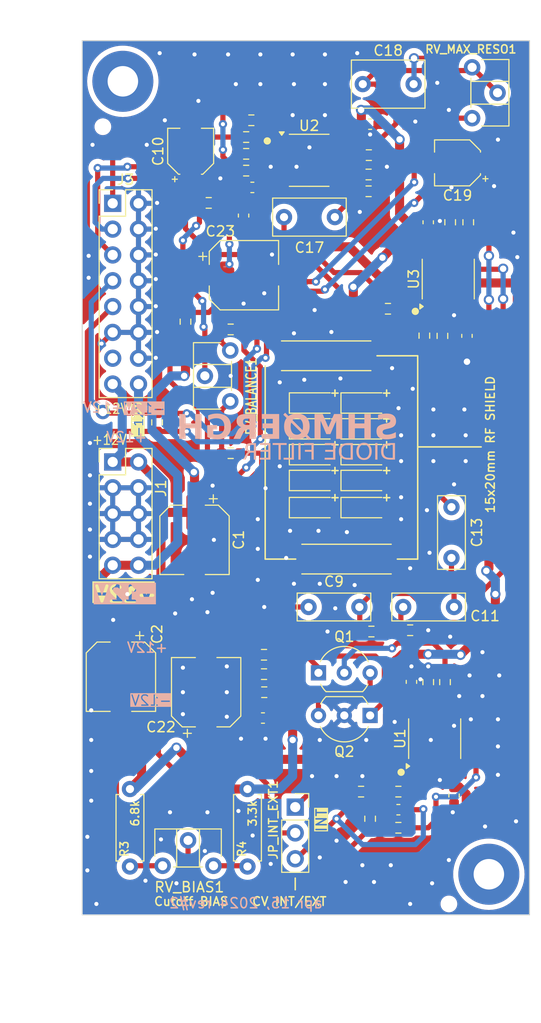
<source format=kicad_pcb>
(kicad_pcb (version 20240108) (generator "pcbnew") (generator_version "8.0")
  (layers (0 "F.Cu" signal) (31 "B.Cu" signal) (34 "B.Paste" user) (35 "F.Paste" user) (36 "B.SilkS" user "B.Silkscreen") (37 "F.SilkS" user "F.Silkscreen") (38 "B.Mask" user) (39 "F.Mask" user) (44 "Edge.Cuts" user))
  (net 0 "")
  (net 1 "GND")
  (net 2 "Net-(JP_INT_EXT1-B)")
  (net 3 "Net-(D3-A)")
  (net 4 "+12V")
  (net 5 "-12V")
  (net 6 "AUDIO_IN")
  (net 7 "Net-(D5-A)")
  (net 8 "Net-(C8-Pad1)")
  (net 9 "Net-(C13-Pad2)")
  (net 10 "Net-(D7-A)")
  (net 11 "Net-(C10-Pad2)")
  (net 12 "Net-(C10-Pad1)")
  (net 13 "Net-(C11-Pad2)")
  (net 14 "Net-(C16-Pad1)")
  (net 15 "Net-(U2B-+)")
  (net 16 "RESO_2")
  (net 17 "Net-(C14-Pad1)")
  (net 18 "Net-(D1-K)")
  (net 19 "Net-(C18-Pad2)")
  (net 20 "Net-(C18-Pad1)")
  (net 21 "Net-(D1-A)")
  (net 22 "Net-(C19-Pad1)")
  (net 23 "Net-(D2-A)")
  (net 24 "Net-(D4-A)")
  (net 25 "Net-(D6-A)")
  (net 26 "Net-(D8-A)")
  (net 27 "Net-(D10-K)")
  (net 28 "Net-(D10-A)")
  (net 29 "CUTOFF")
  (net 30 "AUDIO_OUT")
  (net 31 "RESO_3")
  (net 33 "Net-(R3-Pad1)")
  (net 34 "Net-(R4-Pad1)")
  (net 35 "Net-(JP_INT_EXT1-A)")
  (net 36 "Net-(R9-Pad2)")
  (net 37 "Net-(R11-Pad1)")
  (net 38 "Net-(Q1-B)")
  (net 39 "Net-(R16-Pad1)")
  (net 40 "Net-(R24-Pad1)")
  (net 41 "Net-(Q1-E)")
  (net 42 "Net-(U2A--)")
  (net 43 "Net-(U1B--)")
  (net 44 "Net-(U3B--)")
  (net 45 "Net-(R34-Pad1)")
  (net 46 "Net-(U2B--)")
  (net 47 "Net-(U3B-+)")
  (net 48 "Net-(U3A--)")
  (footprint "Resistor_SMD:R_0603_1608Metric_Pad0.98x0.95mm_HandSolder" (layer "F.Cu") (at 160.655 82.0185 -90)
    (property "Reference" "R34")
    (property "Value" "100k")
  )
  (footprint "Resistor_SMD:R_0603_1608Metric_Pad0.98x0.95mm_HandSolder" (layer "F.Cu") (at 157.0755 79.375)
    (property "Reference" "R35")
    (property "Value" "1k")
  )
  (footprint "Diode_SMD:D_SOD-123" (layer "F.Cu") (at 154.814 88.646)
    (property "Reference" "D10")
    (property "Value" "1N4148")
  )
  (footprint "Diode_SMD:D_SOD-123" (layer "F.Cu") (at 154.814 93.726)
    (property "Reference" "D8")
    (property "Value" "1N4148")
  )
  (footprint "Resistor_SMD:R_0603_1608Metric_Pad0.98x0.95mm_HandSolder" (layer "F.Cu") (at 155.448 111.125 180)
    (property "Reference" "R25")
    (property "Value" "1k")
  )
  (footprint "Resistor_SMD:R_0603_1608Metric_Pad0.98x0.95mm_HandSolder" (layer "F.Cu") (at 139.446 68.961 180)
    (property "Reference" "R20")
    (property "Value" "1k")
  )
  (footprint "Connector_PinHeader_2.54mm:PinHeader_2x08_P2.54mm_Vertical" (layer "F.Cu") (at 130 69)
    (property "Reference" "J3")
    (property "Value" "Conn_02x08_Odd_Even")
  )
  (footprint "Capacitor_THT:C_Rect_L7.0mm_W2.5mm_P5.00mm" (layer "F.Cu") (at 149.265 108.712)
    (property "Reference" "C9")
    (property "Value" "1n (Foil)")
  )
  (footprint "Resistor_SMD:R_0603_1608Metric_Pad0.98x0.95mm_HandSolder" (layer "F.Cu") (at 158.099179 130.429 180)
    (property "Reference" "R13")
    (property "Value" "200k")
  )
  (footprint "Diode_SMD:D_SOD-123" (layer "F.Cu") (at 149.735 88.646)
    (property "Reference" "D1")
    (property "Value" "1N4148")
  )
  (footprint "Package_SO:SOIC-8_3.9x4.9mm_P1.27mm" (layer "F.Cu") (at 163.006 76.454 90)
    (property "Reference" "U3")
    (property "Value" "TL072")
  )
  (footprint "Capacitor_SMD:C_0603_1608Metric_Pad1.08x0.95mm_HandSolder" (layer "F.Cu") (at 143.7375 67.437)
    (property "Reference" "C4")
    (property "Value" "100n")
  )
  (footprint "Resistor_SMD:R_0603_1608Metric_Pad0.98x0.95mm_HandSolder" (layer "F.Cu") (at 143.637 60.833)
    (property "Reference" "R14")
    (property "Value" "180k")
  )
  (footprint "Connector_PinSocket_2.54mm:PinSocket_1x03_P2.54mm_Vertical" (layer "F.Cu") (at 147.955 128.397)
    (property "Reference" "JP_INT_EXT1")
    (property "Value" "Internal/External CV")
  )
  (footprint "Resistor_SMD:R_0603_1608Metric_Pad0.98x0.95mm_HandSolder" (layer "F.Cu") (at 164.973 70.866 -90)
    (property "Reference" "R31")
    (property "Value" "220k")
  )
  (footprint "Diode_SMD:D_SOD-123" (layer "F.Cu") (at 154.814 91.186)
    (property "Reference" "D9")
    (property "Value" "1N4148")
  )
  (footprint "Resistor_SMD:R_0603_1608Metric_Pad0.98x0.95mm_HandSolder" (layer "F.Cu") (at 143.129 64.135)
    (property "Reference" "R11")
    (property "Value" "10k")
  )
  (footprint "Resistor_SMD:R_0603_1608Metric_Pad0.98x0.95mm_HandSolder" (layer "F.Cu") (at 155.321 129.54 -90)
    (property "Reference" "R9")
    (property "Value" "220k")
  )
  (footprint "Capacitor_SMD:C_0603_1608Metric_Pad1.08x0.95mm_HandSolder" (layer "F.Cu") (at 142.875 70.2045 90)
    (property "Reference" "C16")
    (property "Value" "100n")
  )
  (footprint "Capacitor_SMD:C_0603_1608Metric_Pad1.08x0.95mm_HandSolder" (layer "F.Cu") (at 159.385 116.078 90)
    (property "Reference" "C20")
    (property "Value" "100n")
  )
  (footprint "Resistor_SMD:R_0603_1608Metric_Pad0.98x0.95mm_HandSolder" (layer "F.Cu") (at 158.099179 126.873)
    (property "Reference" "R10")
    (property "Value" "56k")
  )
  (footprint "Capacitor_SMD:CP_Elec_6.3x7.7" (layer "F.Cu") (at 142.908 76.073)
    (property "Reference" "C23")
    (property "Value" "100u")
  )
  (footprint "Diode_SMD:D_SOD-123" (layer "F.Cu") (at 149.734 96.266)
    (property "Reference" "D4")
    (property "Value" "1N4148")
  )
  (footprint "Capacitor_SMD:CP_Elec_4x5.4" (layer "F.Cu") (at 163.917 65.024 180)
    (property "Reference" "C19")
    (property "Value" "10u")
  )
  (footprint "Resistor_SMD:R_0603_1608Metric_Pad0.98x0.95mm_HandSolder" (layer "F.Cu") (at 143.129 62.484)
    (property "Reference" "R12")
    (property "Value" "47k")
  )
  (footprint "Shmoergh_Custom_Footprints:HARWIN_S1711-46R" (layer "F.Cu") (at 153 104)
    (property "Reference" "J4")
    (property "Value" "S1711-46R")
  )
  (footprint "Resistor_SMD:R_0603_1608Metric_Pad0.98x0.95mm_HandSolder" (layer "F.Cu") (at 162.687 116.1015 -90)
    (property "Reference" "R15")
    (property "Value" "2.7k")
  )
  (footprint "Shmoergh_Custom_Footprints:HARWIN_S1711-46R" (layer "F.Cu") (at 151 84)
    (property "Reference" "J2")
    (property "Value" "S1711-46R")
  )
  (footprint "Package_TO_SOT_THT:TO-92_Inline_Wide" (layer "F.Cu") (at 150.241 115.189)
    (property "Reference" "Q1")
    (property "Value" "BC547B")
  )
  (footprint "Capacitor_SMD:C_0603_1608Metric_Pad1.08x0.95mm_HandSolder" (layer "F.Cu") (at 155.321 61.214)
    (property "Reference" "C3")
    (property "Value" "100n")
  )
  (footprint "Capacitor_SMD:CP_Elec_6.3x7.7" (layer "F.Cu") (at 130.81 115.57 -90)
    (property "Reference" "C2")
    (property "Value" "100u")
  )
  (footprint "Resistor_SMD:R_0603_1608Metric_Pad0.98x0.95mm_HandSolder" (layer "F.Cu") (at 161.036 116.1015 90)
    (property "Reference" "R17")
    (property "Value" "2.2k")
  )
  (footprint "Capacitor_THT:C_Rect_L7.0mm_W2.5mm_P5.00mm" (layer "F.Cu") (at 163.576 108.712 180)
    (property "Reference" "C11")
    (property "Value" "1n (Foil)")
  )
  (footprint "Diode_SMD:D_SOD-123" (layer "F.Cu") (at 149.734 93.726)
    (property "Reference" "D3")
    (property "Value" "1N4148")
  )
  (footprint "Resistor_SMD:R_0603_1608Metric_Pad0.98x0.95mm_HandSolder" (layer "F.Cu") (at 141.605 93.580239)
    (property "Reference" "R24")
    (property "Value" "1.5k (1%)")
  )
  (footprint "Potentiometer_THT:Potentiometer_ACP_CA6-H2,5_Horizontal" (layer "F.Cu") (at 134.914 134.167 90)
    (property "Reference" "RV_BIAS1")
    (property "Value" "10k")
  )
  (footprint "Package_SO:SOIC-8_3.9x4.9mm_P1.27mm" (layer "F.Cu") (at 149.3255 64.77)
    (property "Reference" "U2")
    (property "Value" "TL072")
  )
  (footprint "Resistor_SMD:R_0603_1608Metric_Pad0.98x0.95mm_HandSolder" (layer "F.Cu") (at 144.907 117.094)
    (property "Reference" "R23")
    (property "Value" "200")
  )
  (footprint "Capacitor_SMD:C_0603_1608Metric_Pad1.08x0.95mm_HandSolder" (layer "F.Cu") (at 161.036 70.866 90)
    (property "Reference" "C6")
    (property "Value" "100n")
  )
  (footprint "Capacitor_SMD:CP_Elec_4x5.4" (layer "F.Cu") (at 137.668 63.881 90)
    (property "Reference" "C10")
    (property "Value" "2.2u")
  )
  (footprint "Resistor_SMD:R_0603_1608Metric_Pad0.98x0.95mm_HandSolder" (layer "F.Cu") (at 134.366 90.551 -90)
    (property "Reference" "R33")
    (property "Value" "100k")
  )
  (footprint "MountingHole:MountingHole_3mm_Pad" (layer "F.Cu") (at 167 135)
    (property "Reference" "H2")
    (property "Value" "MountingHole")
  )
  (footprint "Capacitor_SMD:C_0603_1608Metric_Pad1.08x0.95mm_HandSolder" (layer "F.Cu") (at 144.78 119.634)
    (property "Reference" "C14")
    (property "Value" "100n")
  )
  (footprint "MountingHole:MountingHole_2.1mm" (layer "F.Cu") (at 129.032 61.468)
    (property "Reference" "REF**")
    (property "Value" "MountingHole_1.152mm")
  )
  (footprint "Resistor_SMD:R_0603_1608Metric_Pad0.98x0.95mm_HandSolder" (layer "F.Cu") (at 141.605 81.407)
    (property "Reference" "R16")
    (property "Value" "1.5k (1%)")
  )
  (footprint "Potentiometer_THT:Potentiometer_ACP_CA6-H2,5_Horizontal" (layer "F.Cu") (at 165.354 55.626)
    (property "Reference" "RV_MAX_RESO1")
    (property "Value" "100k")
  )
  (footprint "Shmoergh_Custom_Footprints:R_Axial_DIN0207_L6.3mm_D2.5mm_P7.62mm_Horizontal" (layer "F.Cu") (at 143.256 134.239 90)
    (property "Reference" "R4")
    (property "Value" "3.3k")
  )
  (footprint "Resistor_SMD:R_0603_1608Metric_Pad0.98x0.95mm_HandSolder" (layer "F.Cu") (at 144.8835 113.411 180)
    (property "Reference" "R22")
    (property "Value" "3.9k")
  )
  (footprint "Resistor_SMD:R_0603_1608Metric_Pad0.98x0.95mm_HandSolder" (layer "F.Cu") (at 155.194 64.262)
    (property "Reference" "R28")
    (property "Value" "47k")
  )
  (footprint "Shmoergh_Custom_Footprints:R_Axial_DIN0207_L6.3mm_D2.5mm_P7.62mm_Horizontal" (layer "F.Cu") (at 131.699 134.239 90)
    (property "Reference" "R3")
    (property "Value" "6.8k")
  )
  (footprint "Potentiometer_THT:Potentiometer_ACP_CA6-H2,5_Horizontal" (layer "F.Cu") (at 141.565 88.479 180)
    (property "Reference" "RV_BALANCE1")
    (property "Value" "1k")
  )
  (footprint "Capacitor_THT:C_Rect_L7.0mm_W2.5mm_P5.00mm" (layer "F.Cu") (at 163.322 98.886 -90)
    (property "Reference" "C13")
    (property "Value" "1n (Foil)")
  )
  (footprint "Resistor_SMD:R_0603_1608Metric_Pad0.98x0.95mm_HandSolder" (layer "F.Cu") (at 144.8835 115.316)
    (property "Reference" "R18")
    (property "Value" "100")
  )
  (footprint "Capacitor_SMD:C_0603_1608Metric_Pad1.08x0.95mm_HandSolder" (layer "F.Cu") (at 158.099179 128.651)
    (property "Reference" "C8")
    (property "Value" "10n")
  )
  (footprint "Resistor_SMD:R_0603_1608Metric_Pad0.98x0.95mm_HandSolder" (layer "F.Cu") (at 155.1705 67.818)
    (property "Reference" "R26")
    (property "Value" "1M")
  )
  (footprint "Diode_SMD:D_SOD-123" (layer "F.Cu") (at 149.734 98.933)
    (property "Reference" "D5")
    (property "Value" "1N4148")
  )
  (footprint "Connector_PinHeader_2.54mm:PinHeader_2x05_P2.54mm_Vertical" (layer "F.Cu") (at 130 94.443603)
    (property "Reference" "J1")
    (property "Value" "Eurorack Power")
  )
  (footprint "Capacitor_SMD:C_0603_1608Metric_Pad1.08x0.95mm_HandSolder" (layer "F.Cu") (at 163.576 127.254 90)
    (property "Reference" "C21")
    (property "Value" "100n")
  )
  (footprint "Diode_SMD:D_SOD-123" (layer "F.Cu") (at 149.734 91.186)
    (property "Reference" "D2")
    (property "Value" "1N4148")
  )
  (footprint "Package_TO_SOT_THT:TO-92_Inline_Wide" (layer "F.Cu") (at 155.321 119.38 180)
    (property "Reference" "Q2")
    (property "Value" "BC547B")
  )
  (footprint "MountingHole:MountingHole_3mm_Pad" (layer "F.Cu") (at 131 57)
    (property "Reference" "H1")
    (property "Value" "MountingHole")
  )
  (footprint "Capacitor_SMD:CP_Elec_6.3x7.7" (layer "F.Cu") (at 138.049 102.108 -90)
    (property "Reference" "C1")
    (property "Value" "100u")
  )
  (footprint "Resistor_SMD:R_0603_1608Metric_Pad0.98x0.95mm_HandSolder" (layer "F.Cu") (at 154.432 126.873 180)
    (property "Reference" "R6")
    (property "Value" "100k")
  )
  (footprint "Diode_SMD:D_SOD-123" (layer "F.Cu") (at 154.814 96.266)
    (property "Reference" "D7")
    (property "Value" "1N4148")
  )
  (footprint "Capacitor_THT:C_Rect_L7.0mm_W3.5mm_P5.00mm" (layer "F.Cu") (at 151.852 70.358 180)
    (property "Reference" "C17")
    (property "Value" "470n (foil)")
  )
  (footprint "Resistor_SMD:R_0603_1608Metric_Pad0.98x0.95mm_HandSolder" (layer "F.Cu") (at 159.258 110.998)
    (property "Reference" "R21")
    (property "Value" "1k")
  )
  (footprint "Diode_SMD:D_SOD-123" (layer "F.Cu") (at 154.814 98.933)
    (property "Reference" "D6")
    (property "Value" "1N4148")
  )
  (footprint "Resistor_SMD:R_0603_1608Metric_Pad0.98x0.95mm_HandSolder" (layer "F.Cu") (at 137.16 80.645 90)
    (property "Reference" "R19")
    (property "Value" "390")
  )
  (footprint "Capacitor_THT:C_Rect_L7.0mm_W4.5mm_P5.00mm" (layer "F.Cu") (at 159.599 57.277 180)
    (property "Reference" "C18")
    (property "Value" "1u (Foil)")
  )
  (footprint "Capacitor_SMD:CP_Elec_6.3x7.7" (layer "F.Cu") (at 139.192 117.094 90)
    (property "Reference" "C22")
    (property "Value" "100u")
  )
  (footprint "Package_SO:SOIC-8_3.9x4.9mm_P1.27mm" (layer "F.Cu") (at 161.671 121.666 90)
    (property "Reference" "U1")
    (property "Value" "TL072")
  )
  (footprint "Resistor_SMD:R_0603_1608Metric_Pad0.98x0.95mm_HandSolder" (layer "F.Cu") (at 155.1705 66.167)
    (property "Reference" "R27")
    (property "Value" "22k")
  )
  (footprint "Capacitor_SMD:C_0603_1608Metric_Pad1.08x0.95mm_HandSolder" (layer "F.Cu") (at 164.846 82.042 90)
    (property "Reference" "C7")
    (property "Value" "100n")
  )
  (footprint "MountingHole:MountingHole_2.1mm" (layer "F.Cu") (at 163.068 137.922)
    (property "Reference" "REF**")
    (property "Value" "MountingHole_1.152mm")
  )
  (footprint "Resistor_SMD:R_0603_1608Metric_Pad0.98x0.95mm_HandSolder" (layer "F.Cu") (at 162.433 82.042 -90)
    (property "Reference" "R32")
    (property "Value" "10k")
  )
  (footprint "Resistor_SMD:R_0603_1608Metric_Pad0.98x0.95mm_HandSolder" (layer "F.Cu") (at 163.195 70.866 90)
    (property "Reference" "R29")
    (property "Value" "1M")
  )
  (footprint "Resistor_SMD:R_0603_1608Metric_Pad0.98x0.95mm_HandSolder" (layer "F.Cu") (at 143.129 65.786 180)
    (property "Reference" "R5")
    (property "Value" "10k")
  )
  (gr_circle (center 159.766 79.629) (end 160.049981 79.629) (stroke (width 0.15)) (fill solid) (layer "F.SilkS"))
  (gr_line (start 160 104) (end 158 104) (stroke (width 0.15)) (layer "F.SilkS"))
  (gr_line (start 160 104) (end 160 84) (stroke (width 0.15)) (layer "F.SilkS"))
  (gr_line (start 147.955 136.525) (end 147.955 135.382) (stroke (width 0.15)) (layer "F.SilkS"))
  (gr_line (start 145 104) (end 145 85) (stroke (width 0.15)) (layer "F.SilkS"))
  (gr_line (start 160 84) (end 156 84) (stroke (width 0.15)) (layer "F.SilkS"))
  (gr_circle (center 158.369 124.968) (end 158.652981 124.968) (stroke (width 0.15)) (fill solid) (layer "F.SilkS"))
  (gr_line (start 166.243 92.964) (end 160.02 92.964) (stroke (width 0.15)) (layer "F.SilkS"))
  (gr_circle (center 145.205655 62.865) (end 145.489636 62.865) (stroke (width 0.15)) (fill solid) (layer "F.SilkS"))
  (gr_line (start 145 104) (end 148 104) (stroke (width 0.15)) (layer "F.SilkS"))
  (gr_rect (start 127 53) (end 171 139) (stroke (width 0.1)) (fill none) (layer "Edge.Cuts"))
  (gr_text "DIODE FILTER" (at 157.988 94.488 0) (layer "B.SilkS") (effects (font (size 1.6 1.6)) (justify left bottom mirror)))
  (gr_text "+12V" (at 135.509 113.284 0) (layer "B.SilkS") (effects (font (size 1 1)) (justify left bottom mirror)))
  (gr_text "SHMØERGH" (at 158.115 92.583 0) (layer "B.SilkS") (effects (font (size 2.4 2.4) (thickness 0.125) (bold yes)) (justify left bottom mirror)))
  (gr_text "+12V" (at 133.477 92.583 0) (layer "B.SilkS") (effects (font (size 1 1)) (justify left bottom mirror)))
  (gr_text "-12V" (at 135.89 118.491 0) (layer "B.SilkS" knockout) (effects (font (size 1 1) (thickness 0.125)) (justify left bottom mirror)))
  (gr_text "-12V" (at 135.255 89.789 0) (layer "B.SilkS" knockout) (effects (font (size 1 1) (thickness 0.125)) (justify left bottom mirror)))
  (gr_text "-12V" (at 134.493 108.331 0) (layer "B.SilkS" knockout) (effects (font (size 1.5 1.5) (thickness 0.3) (bold yes)) (justify left bottom mirror)))
  (gr_text "+12V" (at 131.191 89.662 0) (layer "B.SilkS") (effects (font (size 1 1)) (justify left bottom mirror)))
  (gr_text "apr 15, 2024 rev#2" (at 150.749 138.43 0) (layer "B.SilkS") (effects (font (size 1 1)) (justify left bottom mirror)))
  (gr_text "Cutoff BIAS" (at 133.985 138.176 0) (layer "F.SilkS") (effects (font (size 0.85 0.85)) (justify left bottom)))
  (gr_text "+" (at 157.353 88.265 90) (layer "F.SilkS") (effects (font (size 0.8 0.8)) (justify left bottom)))
  (gr_text "\n-12V\n" (at 127.762 108.204 0) (layer "F.SilkS" knockout) (effects (font (size 1.5 1.5) (thickness 0.3) (bold yes)) (justify left bottom)))
  (gr_text "+" (at 157.353 90.805 90) (layer "F.SilkS") (effects (font (size 0.8 0.8)) (justify left bottom)))
  (gr_text "+" (at 152.273 90.805 90) (layer "F.SilkS") (effects (font (size 0.8 0.8)) (justify left bottom)))
  (gr_text "+12V" (at 128.016 89.789 0) (layer "F.SilkS") (effects (font (size 1 0.85) (thickness 0.125)) (justify left bottom)))
  (gr_text "+" (at 157.353 95.885 90) (layer "F.SilkS") (effects (font (size 0.8 0.8)) (justify left bottom)))
  (gr_text "-12V" (at 133.096 92.075 90) (layer "F.SilkS" knockout) (effects (font (size 1 0.85) (thickness 0.125)) (justify left bottom)))
  (gr_text "+" (at 157.353 98.552 90) (layer "F.SilkS") (effects (font (size 0.8 0.8)) (justify left bottom)))
  (gr_text "+" (at 157.353 93.345 90) (layer "F.SilkS") (effects (font (size 0.8 0.8)) (justify left bottom)))
  (gr_text "+" (at 152.273 98.552 90) (layer "F.SilkS") (effects (font (size 0.8 0.8)) (justify left bottom)))
  (gr_text "+" (at 152.273 88.265 90) (layer "F.SilkS") (effects (font (size 0.8 0.8)) (justify left bottom)))
  (gr_text "15x20mm RF SHIELD" (at 167.64 99.568 90) (layer "F.SilkS") (effects (font (size 0.85 0.85)) (justify left bottom)))
  (gr_text "+12V" (at 127.889 92.837 0) (layer "F.SilkS") (effects (font (size 1 0.85) (thickness 0.125)) (justify left bottom)))
  (gr_text "+" (at 152.273 93.345 90) (layer "F.SilkS") (effects (font (size 0.8 0.8)) (justify left bottom)))
  (gr_text "CV INT/EXT" (at 143.637 138.176 0) (layer "F.SilkS") (effects (font (size 0.85 0.85)) (justify left bottom)))
  (gr_text "+" (at 152.273 95.885 90) (layer "F.SilkS") (effects (font (size 0.8 0.8)) (justify left bottom)))
  (gr_text " INT " (at 151.13 131.699 90) (layer "F.SilkS" knockout) (effects (font (size 1 1)) (justify left bottom)))
  (segment (start 155.321 62.0765) (end 156.1835 61.214) (width 0.508) (layer "F.Cu") (net 1))
  (segment (start 160.909 115.189) (end 160.274 115.824) (width 0.508) (layer "F.Cu") (net 1))
  (segment (start 160.274 115.824) (end 159.9935 115.824) (width 0.508) (layer "F.Cu") (net 1))
  (segment (start 156.337 65.405) (end 156.083 65.659) (width 0.508) (layer "F.Cu") (net 1))
  (segment (start 128.905 82.804) (end 128.905 82.795) (width 0.508) (layer "F.Cu") (net 1))
  (segment (start 156.083 65.659) (end 156.083 66.167) (width 0.508) (layer "F.Cu") (net 1))
  (segment (start 159.9935 115.824) (end 159.385 115.2155) (width 0.508) (layer "F.Cu") (net 1))
  (segment (start 128.905 82.795) (end 130 81.7) (width 0.508) (layer "F.Cu") (net 1))
  (segment (start 155.321 62.23) (end 155.321 62.0765) (width 0.508) (layer "F.Cu") (net 1))
  (segment (start 163.576 117.983) (end 163.576 119.191) (width 0.508) (layer "F.Cu") (net 1))
  (segment (start 161.036 115.189) (end 160.909 115.189) (width 0.508) (layer "F.Cu") (net 1))
  (segment (start 162.179 70.739) (end 162.4095 70.739) (width 0.508) (layer "F.Cu") (net 1))
  (segment (start 164.084 117.475) (end 163.576 117.983) (width 0.508) (layer "F.Cu") (net 1))
  (segment (start 156.972 65.405) (end 156.337 65.405) (width 0.508) (layer "F.Cu") (net 1))
  (segment (start 162.4095 70.739) (end 163.195 69.9535) (width 0.508) (layer "F.Cu") (net 1))
  (via (at 134.239 71.501) (size 0.8128) (drill 0.4064) (layers "F.Cu" "B.Cu") (net 1))
  (via (at 134.239 74.041) (size 0.8128) (drill 0.4064) (layers "F.Cu" "B.Cu") (net 1))
  (via (at 148.844 86.36) (size 0.8128) (drill 0.4064) (layers "F.Cu" "B.Cu") (net 1))
  (via (at 134.366 81.661) (size 0.8128) (drill 0.4064) (layers "F.Cu" "B.Cu") (net 1))
  (via (at 164.592 89.281) (size 0.8128) (drill 0.4064) (layers "F.Cu" "B.Cu") (net 1))
  (via (at 150.241 101.219) (size 0.8128) (drill 0.4064) (layers "F.Cu" "B.Cu") (net 1))
  (via (at 169.672 129.794) (size 0.8128) (drill 0.4064) (layers "F.Cu" "B.Cu") (net 1))
  (via (at 127.889 118.872) (size 0.8128) (drill 0.4064) (layers "F.Cu" "B.Cu") (net 1))
  (via (at 166.624 130.302) (size 0.8128) (drill 0.4064) (layers "F.Cu" "B.Cu") (net 1))
  (via (at 146.431 86.614) (size 0.8128) (drill 0.4064) (layers "F.Cu" "B.Cu") (net 1))
  (via (at 163.322 67.437) (size 0.8128) (drill 0.4064) (layers "F.Cu" "B.Cu") (net 1))
  (via (at 151.13 111.125) (size 0.8128) (drill 0.4064) (layers "F.Cu" "B.Cu") (net 1))
  (via (at 158.369 91.821) (size 0.8128) (drill 0.4064) (layers "F.Cu" "B.Cu") (net 1))
  (via (at 127.762 95.758) (size 0.8128) (drill 0.4064) (layers "F.Cu" "B.Cu") (net 1))
  (via (at 150.876 54.356) (size 0.8128) (drill 0.4064) (layers "F.Cu" "B.Cu") (net 1))
  (via (at 140.589 66.548) (size 0.8128) (drill 0.4064) (layers "F.Cu" "B.Cu") (net 1))
  (via (at 152.4 86.233) (size 0.8128) (drill 0.4064) (layers "F.Cu" "B.Cu") (net 1))
  (via (at 142.875 78.867) (size 0.8128) (drill 0.4064) (layers "F.Cu" "B.Cu") (net 1))
  (via (at 128.397 137.922) (size 0.8128) (drill 0.4064) (layers "F.Cu" "B.Cu") (net 1))
  (via (at 153.797 106.553) (size 0.8128) (drill 0.4064) (layers "F.Cu" "B.Cu") (net 1))
  (via (at 164.084 117.475) (size 0.8128) (drill 0.4064) (layers "F.Cu" "B.Cu") (net 1))
  (via (at 127.762 101.092) (size 0.8128) (drill 0.4064) (layers "F.Cu" "B.Cu") (net 1))
  (via (at 136.906 119.253) (size 0.8128) (drill 0.4064) (layers "F.Cu" "B.Cu") (net 1))
  (via (at 150.876 57.277) (size 0.8128) (drill 0.4064) (layers "F.Cu" "B.Cu") (net 1))
  (via (at 161.544 91.821) (size 0.8128) (drill 0.4064) (layers "F.Cu" "B.Cu") (net 1))
  (via (at 138.43 58.928) (size 0.8128) (drill 0.4064) (layers "F.Cu" "B.Cu") (net 1))
  (via (at 134.366 68.961) (size 0.8128) (drill 0.4064) (layers "F.Cu" "B.Cu") (net 1))
  (via (at 127.762 92.583) (size 0.8128) (drill 0.4064) (layers "F.Cu" "B.Cu") (net 1))
  (via (at 161.925 57.15) (size 0.8128) (drill 0.4064) (layers "F.Cu" "B.Cu") (net 1))
  (via (at 139.065 132.715) (size 0.8128) (drill 0.4064) (layers "F.Cu" "B.Cu") (net 1))
  (via (at 157.734 120.015) (size 0.8128) (drill 0.4064) (layers "F.Cu" "B.Cu") (net 1))
  (via (at 155.702 135.763) (size 0.8128) (drill 0.4064) (layers "F.Cu" "B.Cu") (net 1))
  (via (at 145.542 133.985) (size 0.8128) (drill 0.4064) (layers "F.Cu" "B.Cu") (net 1))
  (via (at 136.271 135.89) (size 0.8128) (drill 0.4064) (layers "F.Cu" "B.Cu") (net 1))
  (via (at 145.542 65.405) (size 0.8128) (drill 0.4064) (layers "F.Cu" "B.Cu") (net 1))
  (via (at 164.846 84.582) (size 1.016) (drill 0.635) (layers "F.Cu" "B.Cu") (net 1))
  (via (at 159.512 87.249) (size 0.8128) (drill 0.4064) (layers "F.Cu" "B.Cu") (net 1))
  (via (at 134.747 131.572) (size 0.8128) (drill 0.4064) (layers "F.Cu" "B.Cu") (net 1))
  (via (at 144.272 106.045) (size 0.8128) (drill 0.4064) (layers "F.Cu" "B.Cu") (net 1))
  (via (at 145.669 74.041) (size 0.8128) (drill 0.4064) (layers "F.Cu" "B.Cu") (net 1))
  (via (at 163.068 59.817) (size 0.8128) (drill 0.4064) (layers "F.Cu" "B.Cu") (net 1))
  (via (at 167.513 67.31) (size 0.8128) (drill 0.4064) (layers "F.Cu" "B.Cu") (net 1))
  (via (at 127.762 103.759) (size 0.8128) (drill 0.4064) (layers "F.Cu" "B.Cu") (net 1))
  (via (at 154.94 121.793) (size 0.8128) (drill 0.4064) (layers "F.Cu" "B.Cu") (net 1))
  (via (at 127.889 121.793) (size 0.8128) (drill 0.4064) (layers "F.Cu" "B.Cu") (net 1))
  (via (at 157.48 85.217) (size 0.8128) (drill 0.4064) (layers "F.Cu" "B.Cu") (net 1))
  (via (at 141.224 119.507) (size 0.8128) (drill 0.4064) (layers "F.Cu" "B.Cu") (net 1))
  (via (at 154.559 134.112) (size 0.8128) (drill 0.4064) (layers "F.Cu" "B.Cu") (net 1))
  (via (at 141.351 54.356) (size 0.8128) (drill 0.4064) (layers "F.Cu" "B.Cu") (net 1))
  (via (at 136.144 109.347) (size 0.8128) (drill 0.4064) (layers "F.Cu" "B.Cu") (net 1))
  (via (at 127.635 76.327) (size 0.8128) (drill 0.4064) (layers "F.Cu" "B.Cu") (net 1))
  (via (at 145.034 121.666) (size 0.8128) (drill 0.4064) (layers "F.Cu" "B.Cu") (net 1))
  (via (at 167.894 122.428) (size 0.8128) (drill 0.4064) (layers "F.Cu" "B.Cu") (net 1))
  (via (at 164.719 91.821) (size 0.8128) (drill 0.4064) (layers "F.Cu" "B.Cu") (net 1))
  (via (at 150.876 60.325) (size 0.8128) (drill 0.4064) (layers "F.Cu" "B.Cu") (net 1))
  (via (at 153.035 101.346) (size 0.8128) (drill 0.4064) (layers "F.Cu" "B.Cu") (net 1))
  (via (at 156.972 65.405) (size 0.8128) (drill 0.4064) (layers "F.Cu" "B.Cu") (net 1))
  (via (at 161.544 89.281) (size 0.8128) (drill 0.4064) (layers "F.Cu" "B.Cu") (net 1))
  (via (at 159.258 104.902) (size 0.8128) (drill 0.4064) (layers "F.Cu" "B.Cu") (net 1))
  (via (at 148.082 65.405) (size 0.8128) (drill 0.4064) (layers "F.Cu" "B.Cu") (net 1))
  (via (at 151.511 81.661) (size 0.8128) (drill 0.4064) (layers "F.Cu" "B.Cu") (net 1))
  (via (at 145.034 97.028) (size 0.8128) (drill 0.4064) (layers "F.Cu" "B.Cu") (net 1))
  (via (at 147.828 106.426) (size 0.8128) (drill 0.4064) (layers "F.Cu" "B.Cu") (net 1))
  (via (at 127.635 74.168) (size 0.8128) (drill 0.4064) (layers "F.Cu" "B.Cu") (net 1))
  (via (at 147.701 60.325) (size 0.8128) (drill 0.4064) (layers "F.Cu" "B.Cu") (net 1))
  (via (at 165.1 115.443) (size 0.8128) (drill 0.4064) (layers "F.Cu" "B.Cu") (net 1))
  (via (at 151.892 108.839) (size 0.8128) (drill 0.4064) (layers "F.Cu" "B.Cu") (net 1))
  (via (at 139.827 107.315) (size 0.8128) (drill 0.4064) (layers "F.Cu" "B.Cu") (net 1))
  (via (at 133.35 63.246) (size 0.8128) (drill 0.4064) (layers "F.Cu" "B.Cu") (net 1))
  (via (at 135.128 60.833) (size 0.8128) (drill 0.4064) (layers "F.Cu" "B.Cu") (net 1))
  (via (at 141.605 85.979) (size 0.8128) (drill 0.4064) (layers "F.Cu" "B.Cu") (net 1))
  (via (at 166.37 113.157) (size 0.8128) (drill 0.4064) (layers "F.Cu" "B.Cu") (net 1))
  (via (at 127.889 124.841) (size 0.8128) (drill 0.4064) (layers "F.Cu" "B.Cu") (net 1))
  (via (at 160.909 99.187) (size 0.8128) (drill 0.4064) (layers "F.Cu" "B.Cu") (net 1))
  (via (at 147.828 81.788) (size 0.8128) (drill 0.4064) (layers "F.Cu" "B.Cu") (net 1))
  (via (at 144.907 108.712) (size 0.8128) (drill 0.4064) (layers "F.Cu" "B.Cu") (net 1))
  (via (at 138.049 54.356) (size 0.8128) (drill 0.4064) (layers "F.Cu" "B.Cu") (net 1))
  (via (at 159.258 137.922) (size 0.8128) (drill 0.4064) (layers "F.Cu" "B.Cu") (net 1))
  (via (at 139.319 128.905) (size 0.8128) (drill 0.4064) (layers "F.Cu" "B.Cu") (net 1))
  (via (at 149.352 63.5) (size 0.8128) (drill 0.4064) (layers "F.Cu" "B.Cu") (net 1))
  (via (at 134.239 84.201) (size 0.8128) (drill 0.4064) (layers "F.Cu" "B.Cu") (net 1))
  (via (at 162.179 125.73) (size 0.8128) (drill 0.4064) (layers "F.Cu" "B.Cu") (net 1))
  (via (at 152.019 125.349) (size 0.8128) (drill 0.4064) (layers "F.Cu" "B.Cu") (net 1))
  (via (at 146.431 94.869) (size 0.8128) (drill 0.4064) (layers "F.Cu" "B.Cu") (net 1))
  (via (at 158.369 94.361) (size 0.8128) (drill 0.4064) (layers "F.Cu" "B.Cu") (net 1))
  (via (at 167.894 125.222) (size 0.8128) (drill 0.4064) (layers "F.Cu" "B.Cu") (net 1))
  (via (at 155.321 62.23) (size 0.8128) (drill 0.4064) (layers "F.Cu" "B.Cu") (net 1))
  (via (at 134.62 54.229) (size 0.8128) (drill 0.4064) (layers "F.Cu" "B.Cu") (net 1))
  (via (at 161.29 121.793) (size 0.8128) (drill 0.4064) (layers "F.Cu" "B.Cu") (net 1))
  (via (at 144.907 77.851) (size 0.8128) (drill 0.4064) (layers "F.Cu" "B.Cu") (net 1))
  (via (at 134.239 79.121) (size 0.8128) (drill 0.4064) (layers "F.Cu" "B.Cu") (net 1))
  (via (at 163.449 128.905) (size 0.8128) (drill 0.4064) (layers "F.Cu" "B.Cu") (net 1))
  (via (at 127.762 98.552) (size 0.8128) (drill 0.4064) (layers "F.Cu" "B.Cu") (net 1))
  (via (at 161.163 103.378) (size 0.8128) (drill 0.4064) (layers "F.Cu" "B.Cu") (net 1))
  (via (at 143.764 131.191) (size 0.8128) (drill 0.4064) (layers "F.Cu" "B.Cu") (net 1))
  (via (at 144.526 54.356) (size 0.8128) (drill 0.4064) (layers "F.Cu" "B.Cu") (net 1))
  (via (at 133.223 135.636) (size 0.8128) (drill 0.4064) (layers "F.Cu" "B.Cu") (net 1))
  (via (at 152.019 131.699) (size 0.8128) (drill 0.4064) (layers "F.Cu" "B.Cu") (net 1))
  (via (at 165.227 119.761) (size 0.8128) (drill 0.4064) (layers "F.Cu" "B.Cu") (net 1))
  (via (at 127.889 127.762) (size 0.8128) (drill 0.4064) (layers "F.Cu" "B.Cu") (net 1))
  (via (at 144.272 102.997) (size 0.8128) (drill 0.4064) (layers "F.Cu" "B.Cu") (net 1))
  (via (at 127.508 131.318) (size 0.8128) (drill 0.4064) (layers "F.Cu" "B.Cu") (net 1))
  (via (at 147.701 54.356) (size 0.8128) (drill 0.4064) (layers "F.Cu" "B.Cu") (net 1))
  (via (at 154.305 69.85) (size 0.8128) (drill 0.4064) (layers "F.Cu" "B.Cu") (net 1))
  (via (at 169.418 71.882) (size 0.8128) (drill 0.4064) (layers "F.Cu" "B.Cu") (net 1))
  (via (at 158.369 100.076) (size 0.8128) (drill 0.4064) (layers "F.Cu" "B.Cu") (net 1))
  (via (at 168.021 115.443) (size 0.8128) (drill 0.4064) (layers "F.Cu" "B.Cu") (net 1))
  (via (at 142.367 128.778) (size 0.8128) (drill 0.4064) (layers "F.Cu" "B.Cu") (net 1))
  (via (at 158.369 97.917) (size 0.8128) (drill 0.4064) (layers "F.Cu" "B.Cu") (net 1))
  (via (at 154.051 54.229) (size 0.8128) (drill 0.4064) (layers "F.Cu" "B.Cu") (net 1))
  (via (at 139.319 109.22) (size 0.8128) (drill 0.4064) (layers "F.Cu" "B.Cu") (net 1))
  (via (at 144.526 57.277) (size 0.8128) (drill 0.4064) (layers "F.Cu" "B.Cu") (net 1))
  (via (at 169.799 74.295) (size 0.8128) (drill 0.4064) (layers "F.Cu" "B.Cu") (net 1))
  (via (at 167.894 119.761) (size 0.8128) (drill 0.4064) (layers "F.Cu" "B.Cu") (net 1))
  (via (at 139.954 102.108) (size 0.8128) (drill 0.4064) (layers "F.Cu" "B.Cu") (net 1))
  (via (at 162.179 70.739) (size 0.8128) (drill 0.4064) (layers "F.Cu" "B.Cu") (net 1))
  (via (at 139.827 96.774) (size 0.8128) (drill 0.4064) (layers "F.Cu" "B.Cu") (net 1))
  (via (at 127.508 134.62) (size 0.8128) (drill 0.4064) (layers "F.Cu" "B.Cu") (net 1))
  (via (at 134.239 76.454) (size 0.8128) (drill 0.4064) (layers "F.Cu" "B.Cu") (net 1))
  (via (at 163.195 111.633) (size 0.8128) (drill 0.4064) (layers "F.Cu" "B.Cu") (net 1))
  (via (at 152.908 135.763) (size 0.8128) (drill 0.4064) (layers "F.Cu" "B.Cu") (net 1))
  (via (at 163.576 96.647) (size 0.8128) (drill 0.4064) (layers "F.Cu" "B.Cu") (net 1))
  (via (at 163.068 133.604) (size 0.8128) (drill 0.4064) (layers "F.Cu" "B.Cu") (net 1))
  (via (at 128.016 63.246) (size 0.8128) (drill 0.4064) (layers "F.Cu" "B.Cu") (net 1))
  (via (at 159.766 60.96) (size 0.8128) (drill 0.4064) (layers "F.Cu" "B.Cu") (net 1))
  (via (at 147.447 101.219) (size 0.8128) (drill 0.4064) (layers "F.Cu" "B.Cu") (net 1))
  (via (at 161.544 94.361) (size 0.8128) (drill 0.4064) (layers "F.Cu" "B.Cu") (net 1))
  (via (at 163.576 120.396) (size 0.8128) (drill 0.4064) (layers "F.Cu" "B.Cu") (net 1))
  (via (at 167.894 62.738) (size 0.8128) (drill 0.4064) (layers "F.Cu" "B.Cu") (net 1))
  (via (at 149.606 125.349) (size 0.8128) (drill 0.4064) (layers "F.Cu" "B.Cu") (net 1))
  (via (at 136.906 117.094) (size 0.8128) (drill 0.4064) (layers "F.Cu" "B.Cu") (net 1))
  (via (at 136.906 114.681) (size 0.8128) (drill 0.4064) (layers "F.Cu" "B.Cu") (net 1))
  (via (at 161.036 110.998) (size 0.8128) (drill 0.4064) (layers "F.Cu" "B.Cu") (net 1))
  (via (at 154.559 125.349) (size 0.8128) (drill 0.4064) (layers "F.Cu" "B.Cu") (net 1))
  (via (at 131.445 107.442) (size 0.8128) (drill 0.4064) (layers "F.Cu" "B.Cu") (net 1))
  (via (at 141.224 114.554) (size 0.8128) (drill 0.4064) (layers "F.Cu" "B.Cu") (net 1))
  (via (at 164.719 94.361) (size 0.8128) (drill 0.4064) (layers "F.Cu" "B.Cu") (net 1))
  (via (at 161.036 114.554) (size 0.8128) (drill 0.4064) (layers "F.Cu" "B.Cu") (net 1))
  (via (at 161.417 135.89) (size 0.8128) (drill 0.4064) (layers "F.Cu" "B.Cu") (net 1))
  (via (at 157.353 134.112) (size 0.8128) (drill 0.4064) (layers "F.Cu" "B.Cu") (net 1))
  (via (at 160.274 115.824) (size 0.8128) (drill 0.4064) (layers "F.Cu" "B.Cu") (net 1))
  (via (at 128.905 82.804) (size 0.8128) (drill 0.4064) (layers "F.Cu" "B.Cu") (net 1))
  (via (at 150.368 121.793) (size 0.8128) (drill 0.4064) (layers "F.Cu" "B.Cu") (net 1))
  (via (at 141.224 117.094) (size 0.8128) (drill 0.4064) (layers "F.Cu" "B.Cu") (net 1))
  (via (at 147.066 103.886) (size 0.8128) (drill 0.4064) (layers "F.Cu" "B.Cu") (net 1))
  (via (at 166.37 117.475) (size 0.8128) (drill 0.4064) (layers "F.Cu" "B.Cu") (net 1))
  (via (at 150.368 133.35) (size 0.8128) (drill 0.4064) (layers "F.Cu" "B.Cu") (net 1))
  (via (at 142.621 121.666) (size 0.8128) (drill 0.4064) (layers "F.Cu" "B.Cu") (net 1))
  (via (at 137.795 107.95) (size 0.8128) (drill 0.4064) (layers "F.Cu" "B.Cu") (net 1))
  (via (at 159.385 114.554) (size 0.8128) (drill 0.4064) (layers "F.Cu" "B.Cu") (net 1))
  (via (at 147.828 57.277) (size 0.8128) (drill 0.4064) (layers "F.Cu" "B.Cu") (net 1))
  (via (at 163.576 80.01) (size 0.8128) (drill 0.4064) (layers "F.Cu" "B.Cu") (net 1))
  (via (at 135.636 128.905) (size 0.8128) (drill 0.4064) (layers "F.Cu" "B.Cu") (net 1))
  (via (at 150.368 106.426) (size 0.8128) (drill 0.4064) (layers "F.Cu" "B.Cu") (net 1))
  (via (at 130.048 109.982) (size 0.8128) (drill 0.4064) (layers "F.Cu" "B.Cu") (net 1))
  (via (at 142.113 57.277) (size 0.8128) (drill 0.4064) (layers "F.Cu" "B.Cu") (net 1))
  (via (at 158.115 89.154) (size 0.8128) (drill 0.4064) (layers "F.Cu" "B.Cu") (net 1))
  (via (at 149.86 79.502) (size 0.8128) (drill 0.4064) (layers "F.Cu" "B.Cu") (net 1))
  (via (at 144.272 100.076) (size 0.8128) (drill 0.4064) (layers "F.Cu" "B.Cu") (net 1))
  (segment (start 155.3445 128.604) (end 155.321 128.6275) (width 0.508) (layer "F.Cu") (net 2))
  (segment (start 148.082 133.477) (end 152.019 129.54) (width 0.508) (layer "F.Cu") (net 2))
  (segment (start 158.961679 128.651) (end 158.961679 126.923) (width 0.508) (layer "F.Cu") (net 2))
  (segment (start 152.9315 128.6275) (end 155.321 128.6275) (width 0.508) (layer "F.Cu") (net 2))
  (segment (start 155.3445 126.873) (end 155.3445 128.604) (width 0.508) (layer "F.Cu") (net 2))
  (segment (start 147.955 133.477) (end 148.082 133.477) (width 0.508) (layer "F.Cu") (net 2))
  (segment (start 160.147 126.873) (end 159.011679 126.873) (width 0.508) (layer "F.Cu") (net 2))
  (segment (start 161.036 124.141) (end 161.036 125.984) (width 0.508) (layer "F.Cu") (net 2))
  (segment (start 161.036 125.984) (end 160.147 126.873) (width 0.508) (layer "F.Cu") (net 2))
  (segment (start 160.499688 128.651) (end 160.5539 128.596788) (width 0.508) (layer "F.Cu") (net 2))
  (segment (start 158.961679 128.651) (end 160.499688 128.651) (width 0.508) (layer "F.Cu") (net 2))
  (segment (start 152.019 129.54) (end 152.9315 128.6275) (width 0.508) (layer "F.Cu") (net 2))
  (segment (start 158.961679 126.923) (end 159.011679 126.873) (width 0.508) (layer "F.Cu") (net 2))
  (via (at 152.019 129.54) (size 0.8128) (drill 0.4064) (layers "F.Cu" "B.Cu") (net 2))
  (via (at 160.5539 128.596788) (size 0.8128) (drill 0.4064) (layers "F.Cu" "B.Cu") (net 2))
  (segment (start 160.5539 131.2921) (end 159.766 132.08) (width 0.508) (layer "B.Cu") (net 2))
  (segment (start 160.5539 128.596788) (end 160.5539 131.2921) (width 0.508) (layer "B.Cu") (net 2))
  (segment (start 159.766 132.08) (end 154.559 132.08) (width 0.508) (layer "B.Cu") (net 2))
  (segment (start 154.559 132.08) (end 152.019 129.54) (width 0.508) (layer "B.Cu") (net 2))
  (segment (start 151.384 93.726) (end 151.003 93.726) (width 0.508) (layer "F.Cu") (net 3))
  (segment (start 151.003 93.726) (end 148.463 96.266) (width 0.508) (layer "F.Cu") (net 3))
  (segment (start 145.415 98.935) (end 148.084 96.266) (width 0.508) (layer "F.Cu") (net 3))
  (segment (start 148.463 96.266) (end 148.084 96.266) (width 0.508) (layer "F.Cu") (net 3))
  (segment (start 149.265 108.712) (end 147.701 108.712) (width 0.508) (layer "F.Cu") (net 3))
  (segment (start 145.415 106.426) (end 145.415 98.935) (width 0.508) (layer "F.Cu") (net 3))
  (segment (start 147.701 108.712) (end 145.415 106.426) (width 0.508) (layer "F.Cu") (net 3))
  (segment (start 134.747 96.650603) (end 132.54 94.443603) (width 0.889) (layer "F.Cu") (net 4))
  (segment (start 156.32296 80.645) (end 155.067 80.645) (width 0.889) (layer "F.Cu") (net 4))
  (segment (start 131.699 126.619) (end 132.842 125.476) (width 0.889) (layer "F.Cu") (net 4))
  (segment (start 137.9855 95.4405) (end 138.049 95.504) (width 0.889) (layer "F.Cu") (net 4))
  (segment (start 166.497 86.995) (end 162.67296 86.995) (width 0.889) (layer "F.Cu") (net 4))
  (segment (start 159.8665 71.7285) (end 161.036 71.7285) (width 0.889) (layer "F.Cu") (net 4))
  (segment (start 137.414 123.698) (end 157.607 123.698) (width 0.889) (layer "F.Cu") (net 4))
  (segment (start 162.67296 86.995) (end 156.32296 80.645) (width 0.889) (layer "F.Cu") (net 4))
  (segment (start 152.8075 62.865) (end 154.4585 61.214) (width 0.889) (layer "F.Cu") (net 4))
  (segment (start 164.211 113.411) (end 167.64 109.982) (width 0.889) (layer "F.Cu") (net 4))
  (segment (start 157.948186 113.9063) (end 157.8737 113.9063) (width 0.889) (layer "F.Cu") (net 4))
  (segment (start 157.6959 114.0841) (end 157.6959 116.6749) (width 0.889) (layer "F.Cu") (net 4))
  (segment (start 132.842 125.476) (end 132.842 109.855) (width 0.889) (layer "F.Cu") (net 4))
  (segment (start 158.219453 70.081453) (end 159.4485 71.3105) (width 0.889) (layer "F.Cu") (net 4))
  (segment (start 154.4585 59.8435) (end 154.432 59.817) (width 0.889) (layer "F.Cu") (net 4))
  (segment (start 134.747 99.314) (end 134.747 96.650603) (width 0.889) (layer "F.Cu") (net 4))
  (segment (start 157.9615 116.9405) (end 159.385 116.9405) (width 0.889) (layer "F.Cu") (net 4))
  (segment (start 161.101 71.7935) (end 161.036 71.7285) (width 0.889) (layer "F.Cu") (net 4))
  (segment (start 151.8005 62.865) (end 152.8075 62.865) (width 0.889) (layer "F.Cu") (net 4))
  (segment (start 134.841 99.408) (end 138.049 99.408) (width 0.889) (layer "F.Cu") (net 4))
  (segment (start 159.4485 71.3105) (end 159.8665 71.7285) (width 0.889) (layer "F.Cu") (net 4))
  (segment (start 134.747 99.314) (end 134.841 99.408) (width 0.889) (layer "F.Cu") (net 4))
  (segment (start 159.766 121.539) (end 159.766 119.191) (width 0.889) (layer "F.Cu") (net 4))
  (segment (start 154.4585 61.214) (end 154.4585 59.8435) (width 0.889) (layer "F.Cu") (net 4))
  (segment (start 157.6959 116.6749) (end 157.9615 116.9405) (width 0.889) (layer "F.Cu") (net 4))
  (segment (start 134.747 107.95) (end 134.747 99.314) (width 0.889) (layer "F.Cu") (net 4))
  (segment (start 159.4485 71.4375) (end 159.4485 71.3105) (width 0.889) (layer "F.Cu") (net 4))
  (segment (start 132.54 94.443603) (end 130 94.443603) (width 0.889) (layer "F.Cu") (net 4))
  (segment (start 159.766 117.3215) (end 159.385 116.9405) (width 0.889) (layer "F.Cu") (net 4))
  (segment (start 158.219453 62.715453) (end 158.219453 70.081453) (width 0.889) (layer "F.Cu") (net 4))
  (segment (start 153.67 79.248) (end 153.67 77.216) (width 0.889) (layer "F.Cu") (net 4))
  (segment (start 161.101 73.979) (end 161.101 71.7935) (width 0.889) (layer "F.Cu") (net 4))
  (segment (start 137.16 85.852) (end 137.033 85.979) (width 0.889) (layer "F.Cu") (net 4))
  (segment (start 156.534258 74.351742) (end 159.4485 71.4375) (width 0.889) (layer "F.Cu") (net 4))
  (segment (start 161.036 113.360697) (end 158.493789 113.360697) (width 0.889) (layer "F.Cu") (net 4))
  (segment (start 166.751 105.156) (end 167.005 104.902) (width 0.889) (layer "F.Cu") (net 4))
  (segment (start 167.005 87.503) (end 166.497 86.995) (width 0.889) (layer "F.Cu") (net 4))
  (segment (start 158.493789 113.360697) (end 157.948186 113.9063) (width 0.889) (layer "F.Cu") (net 4))
  (segment (start 157.607 123.698) (end 159.766 121.539) (width 0.889) (layer "F.Cu") (net 4))
  (segment (start 167.005 104.902) (end 167.005 87.503) (width 0.889) (layer "F.Cu") (net 4))
  (segment (start 132.842 109.855) (end 134.747 107.95) (width 0.889) (layer "F.Cu") (net 4))
  (segment (start 159.766 119.191) (end 159.766 117.3215) (width 0.889) (layer "F.Cu") (net 4))
  (segment (start 137.16 81.5575) (end 137.16 85.852) (width 0.889) (layer "F.Cu") (net 4))
  (segment (start 136.271 122.555) (end 137.414 123.698) (width 0.889) (layer "F.Cu") (net 4))
  (segment (start 155.067 80.645) (end 153.67 79.248) (width 0.889) (layer "F.Cu") (net 4))
  (segment (start 157.8737 113.9063) (end 157.6959 114.0841) (width 0.889) (layer "F.Cu") (net 4))
  (segment (start 167.64 109.982) (end 167.64 107.442) (width 0.889) (layer "F.Cu") (net 4))
  (segment (start 138.049 95.504) (end 138.049 99.408) (width 0.889) (layer "F.Cu") (net 4))
  (via (at 137.9855 95.4405) (size 1.016) (drill 0.635) (layers "F.Cu" "B.Cu") (net 4))
  (via (at 154.432 59.817) (size 1.016) (drill 0.635) (layers "F.Cu" "B.Cu") (net 4))
  (via (at 161.036 113.360697) (size 1.016) (drill 0.635) (layers "F.Cu" "B.Cu") (net 4))
  (via (at 137.033 85.979) (size 1.016) (drill 0.635) (layers "F.Cu" "B.Cu") (net 4))
  (via (at 153.67 77.216) (size 1.016) (drill 0.635) (layers "F.Cu" "B.Cu") (net 4))
  (via (at 136.271 122.555) (size 1.016) (drill 0.635) (layers "F.Cu" "B.Cu") (net 4))
  (via (at 167.64 107.442) (size 1.016) (drill 0.635) (layers "F.Cu" "B.Cu") (net 4))
  (via (at 156.534258 74.351742) (size 1.016) (drill 0.635) (layers "F.Cu" "B.Cu") (net 4))
  (via (at 166.751 105.156) (size 1.016) (drill 0.635) (layers "F.Cu" "B.Cu") (net 4))
  (via (at 164.211 113.411) (size 1.016) (drill 0.635) (layers "F.Cu" "B.Cu") (net 4))
  (via (at 158.219453 62.715453) (size 1.016) (drill 0.635) (layers "F.Cu" "B.Cu") (net 4))
  (segment (start 154.432 59.817) (end 155.321 59.817) (width 0.889) (layer "B.Cu") (net 4))
  (segment (start 164.211 113.411) (end 164.160697 113.360697) (width 0.889) (layer "B.Cu") (net 4))
  (segment (start 167.64 106.045) (end 167.64 107.442) (width 0.889) (layer "B.Cu") (net 4))
  (segment (start 164.160697 113.360697) (end 161.036 113.360697) (width 0.889) (layer "B.Cu") (net 4))
  (segment (start 153.67 77.216) (end 156.534258 74.351742) (width 0.889) (layer "B.Cu") (net 4))
  (segment (start 135.763 85.979) (end 137.033 85.979) (width 0.889) (layer "B.Cu") (net 4))
  (segment (start 137.9855 95.4405) (end 133.858 91.313) (width 0.889) (layer "B.Cu") (net 4))
  (segment (start 131.699 126.619) (end 132.207 126.619) (width 0.889) (layer "B.Cu") (net 4))
  (segment (start 133.858 87.884) (end 135.763 85.979) (width 0.889) (layer "B.Cu") (net 4))
  (segment (start 130.937 87.717) (end 130 86.78) (width 0.889) (layer "B.Cu") (net 4))
  (segment (start 155.321 59.817) (end 158.219453 62.715453) (width 0.889) (layer "B.Cu") (net 4))
  (segment (start 130.937 93.506603) (end 130.937 87.717) (width 0.889) (layer "B.Cu") (net 4))
  (segment (start 133.858 91.313) (end 133.858 87.884) (width 0.889) (layer "B.Cu") (net 4))
  (segment (start 166.751 105.156) (end 167.64 106.045) (width 0.889) (layer "B.Cu") (net 4))
  (segment (start 130 94.443603) (end 130.937 93.506603) (width 0.889) (layer "B.Cu") (net 4))
  (segment (start 132.207 126.619) (end 136.271 122.555) (width 0.889) (layer "B.Cu") (net 4))
  (segment (start 148.463 66.675) (end 146.8505 66.675) (width 0.889) (layer "F.Cu") (net 5))
  (segment (start 130.81 122.555) (end 130.1751 123.1899) (width 0.889) (layer "F.Cu") (net 5))
  (segment (start 149.987 72.644) (end 149.987 68.199) (width 0.889) (layer "F.Cu") (net 5))
  (segment (start 169.799 77.216) (end 169.418 76.835) (width 0.889) (layer "F.Cu") (net 5))
  (segment (start 168.402 128.27) (end 169.799 126.873) (width 0.889) (layer "F.Cu") (net 5))
  (segment (start 145.161 67.437) (end 145.923 66.675) (width 0.889) (layer "F.Cu") (net 5))
  (segment (start 153.289 73.279) (end 150.622 73.279) (width 0.889) (layer "F.Cu") (net 5))
  (segment (start 164.7749 129.4841) (end 156.718 137.541) (width 0.889) (layer "F.Cu") (net 5))
  (segment (start 163.576 124.141) (end 163.576 126.3915) (width 0.889) (layer "F.Cu") (net 5))
  (segment (start 164.911 76.9) (end 164.846 76.835) (width 0.889) (layer "F.Cu") (net 5))
  (segment (start 145.796 115.316) (end 145.796 117.0705) (width 0.889) (layer "F.Cu") (net 5))
  (segment (start 149.987 68.199) (end 148.463 66.675) (width 0.889) (layer "F.Cu") (net 5))
  (segment (start 164.7749 128.27) (end 168.402 128.27) (width 0.889) (layer "F.Cu") (net 5))
  (segment (start 130 104.603603) (end 132.54 104.603603) (width 0.889) (layer "F.Cu") (net 5))
  (segment (start 164.846 76.835) (end 164.139042 76.835) (width 0.889) (layer "F.Cu") (net 5))
  (segment (start 145.796 117.0705) (end 145.8195 117.094) (width 0.889) (layer "F.Cu") (net 5))
  (segment (start 169.799 126.873) (end 169.799 77.216) (width 0.889) (layer "F.Cu") (net 5))
  (segment (start 164.051 126.3915) (end 164.7749 127.1154) (width 0.889) (layer "F.Cu") (net 5))
  (segment (start 164.139042 76.835) (end 163.504042 76.2) (width 0.889) (layer "F.Cu") (net 5))
  (segment (start 145.923 66.675) (end 146.8505 66.675) (width 0.889) (layer "F.Cu") (net 5))
  (segment (start 164.7749 127.1154) (end 164.7749 128.27) (width 0.889) (layer "F.Cu") (net 5))
  (segment (start 164.846 81.1795) (end 164.911 81.1145) (width 0.889) (layer "F.Cu") (net 5))
  (segment (start 128.524 106.079603) (end 128.524 116.205) (width 0.889) (layer "F.Cu") (net 5))
  (segment (start 130.1751 123.1899) (end 130.1751 128.0161) (width 0.889) (layer "F.Cu") (net 5))
  (segment (start 128.524 116.205) (end 130.81 118.491) (width 0.889) (layer "F.Cu") (net 5))
  (segment (start 130 104.603603) (end 128.524 106.079603) (width 0.889) (layer "F.Cu") (net 5))
  (segment (start 144.6 67.437) (end 145.161 67.437) (width 0.889) (layer "F.Cu") (net 5))
  (segment (start 146.812 117.094) (end 145.8195 117.094) (width 0.889) (layer "F.Cu") (net 5))
  (segment (start 130.81 118.491) (end 130.81 122.555) (width 0.889) (layer "F.Cu") (net 5))
  (segment (start 134.4922 126.619) (end 143.256 126.619) (width 0.889) (layer "F.Cu") (net 5))
  (segment (start 130.1751 128.0161) (end 130.4925 128.3335) (width 0.889) (layer "F.Cu") (net 5))
  (segment (start 132.3332 128.778) (end 134.4922 126.619) (width 0.889) (layer "F.Cu") (net 5))
  (segment (start 164.911 81.1145) (end 164.911 78.929) (width 0.889) (layer "F.Cu") (net 5))
  (segment (start 156.718 137.541) (end 130.937 137.541) (width 0.889) (layer "F.Cu") (net 5))
  (segment (start 129.032 135.636) (end 129.032 129.794) (width 0.889) (layer "F.Cu") (net 5))
  (segment (start 163.576 126.3915) (end 164.051 126.3915) (width 0.889) (layer "F.Cu") (net 5))
  (segment (start 130.937 137.541) (end 129.032 135.636) (width 0.889) (layer "F.Cu") (net 5))
  (segment (start 156.21 76.2) (end 153.289 73.279) (width 0.889) (layer "F.Cu") (net 5))
  (segment (start 147.701 117.983) (end 146.812 117.094) (width 0.889) (layer "F.Cu") (net 5))
  (segment (start 130.4925 128.3335) (end 130.937 128.778) (width 0.889) (layer "F.Cu") (net 5))
  (segment (start 163.504042 76.2) (end 156.21 76.2) (width 0.889) (layer "F.Cu") (net 5))
  (segment (start 129.032 129.794) (end 130.4925 128.3335) (width 0.889) (layer "F.Cu") (net 5))
  (segment (start 147.701 121.793) (end 147.701 117.983) (width 0.889) (layer "F.Cu") (net 5))
  (segment (start 169.418 76.835) (end 164.846 76.835) (width 0.889) (layer "F.Cu") (net 5))
  (segment (start 130.937 128.778) (end 132.3332 128.778) (width 0.889) (layer "F.Cu") (net 5))
  (segment (start 164.7749 128.27) (end 164.7749 129.4841) (width 0.889) (layer "F.Cu") (net 5))
  (segment (start 150.622 73.279) (end 149.987 72.644) (width 0.889) (layer "F.Cu") (net 5))
  (segment (start 164.911 78.929) (end 164.911 76.9) (width 0.889) (layer "F.Cu") (net 5))
  (via (at 147.701 121.793) (size 1.016) (drill 0.635) (layers "F.Cu" "B.Cu") (net 5))
  (segment (start 134.156397 104.603603) (end 132.54 104.603603) (width 0.889) (layer "B.Cu") (net 5))
  (segment (start 143.256 126.619) (end 146.431 126.619) (width 0.889) (layer "B.Cu") (net 5))
  (segment (start 132.54 86.78) (end 132.54 91.9) (width 0.889) (layer "B.Cu") (net 5))
  (segment (start 147.701 125.349) (end 147.701 121.793) (width 0.889) (layer "B.Cu") (net 5))
  (segment (start 132.54 91.9) (end 136.398 95.758) (width 0.889) (layer "B.Cu") (net 5))
  (segment (start 136.398 95.758) (end 136.398 102.362) (width 0.889) (layer "B.Cu") (net 5))
  (segment (start 146.431 126.619) (end 147.701 125.349) (width 0.889) (layer "B.Cu") (net 5))
  (segment (start 136.398 102.362) (end 134.156397 104.603603) (width 0.889) (layer "B.Cu") (net 5))
  (segment (start 140.843 58.039) (end 139.66 56.856) (width 0.508) (layer "F.Cu") (net 6))
  (segment (start 142.2165 65.786) (end 140.843 64.4125) (width 0.508) (layer "F.Cu") (net 6))
  (segment (start 130 69) (end 130 63.802) (width 0.508) (layer "F.Cu") (net 6))
  (segment (start 140.843 61.214) (end 140.843 58.039) (width 0.508) (layer "F.Cu") (net 6))
  (segment (start 139.66 56.856) (end 136.946 56.856) (width 0.508) (layer "F.Cu") (net 6))
  (segment (start 130 63.802) (end 136.946 56.856) (width 0.508) (layer "F.Cu") (net 6))
  (segment (start 140.843 64.4125) (end 140.843 63.7281) (width 0.508) (layer "F.Cu") (net 6))
  (via (at 140.843 61.214) (size 0.8128) (drill 0.4064) (layers "F.Cu" "B.Cu") (net 6))
  (via (at 140.843 63.7281) (size 0.8128) (drill 0.4064) (layers "F.Cu" "B.Cu") (net 6))
  (segment (start 140.843 63.7281) (end 140.843 61.214) (width 0.508) (layer "B.Cu") (net 6))
  (segment (start 154.432 98.933) (end 153.164 98.933) (width 0.508) (layer "F.Cu") (net 7))
  (segment (start 152.273 79.883) (end 154.051 81.661) (width 0.508) (layer "F.Cu") (net 7))
  (segment (start 163.576 108.712) (end 163.576 106.858237) (width 0.508) (layer "F.Cu") (net 7))
  (segment (start 165.227 101.727) (end 157.226 101.727) (width 0.508) (layer "F.Cu") (net 7))
  (segment (start 165.862 101.092) (end 165.227 101.727) (width 0.508) (layer "F.Cu") (net 7))
  (segment (start 157.226 101.727) (end 154.432 98.933) (width 0.508) (layer "F.Cu") (net 7))
  (segment (start 165.481 101.981) (end 165.227 101.727) (width 0.508) (layer "F.Cu") (net 7))
  (segment (start 165.862 88.265) (end 165.862 101.092) (width 0.508) (layer "F.Cu") (net 7))
  (segment (start 163.576 108.712) (end 163.536 108.672) (width 0.508) (layer "F.Cu") (net 7))
  (segment (start 154.051 81.661) (end 155.956 81.661) (width 0.508) (layer "F.Cu") (net 7))
  (segment (start 165.608 88.011) (end 165.862 88.265) (width 0.508) (layer "F.Cu") (net 7))
  (segment (start 146.852 72.005512) (end 152.273 77.426512) (width 0.508) (layer "F.Cu") (net 7))
  (segment (start 163.576 106.858237) (end 165.481 104.953237) (width 0.508) (layer "F.Cu") (net 7))
  (segment (start 152.273 77.426512) (end 152.273 79.883) (width 0.508) (layer "F.Cu") (net 7))
  (segment (start 146.852 70.358) (end 146.852 72.005512) (width 0.508) (layer "F.Cu") (net 7))
  (segment (start 153.164 98.933) (end 151.384 98.933) (width 0.508) (layer "F.Cu") (net 7))
  (segment (start 155.956 81.661) (end 162.306 88.011) (width 0.508) (layer "F.Cu") (net 7))
  (segment (start 162.306 88.011) (end 165.608 88.011) (width 0.508) (layer "F.Cu") (net 7))
  (segment (start 165.481 104.953237) (end 165.481 101.981) (width 0.508) (layer "F.Cu") (net 7))
  (segment (start 159.766 125.222) (end 159.258 125.73) (width 0.508) (layer "F.Cu") (net 8))
  (segment (start 159.766 124.141) (end 159.766 125.222) (width 0.508) (layer "F.Cu") (net 8))
  (segment (start 157.186679 126.873) (end 157.186679 128.601) (width 0.508) (layer "F.Cu") (net 8))
  (segment (start 157.236679 130.379) (end 157.186679 130.429) (width 0.508) (layer "F.Cu") (net 8))
  (segment (start 159.258 125.73) (end 157.607 125.73) (width 0.508) (layer "F.Cu") (net 8))
  (segment (start 157.236679 128.651) (end 157.236679 130.379) (width 0.508) (layer "F.Cu") (net 8))
  (segment (start 157.186679 126.150321) (end 157.186679 126.873) (width 0.508) (layer "F.Cu") (net 8))
  (segment (start 157.186679 128.601) (end 157.236679 128.651) (width 0.508) (layer "F.Cu") (net 8))
  (segment (start 157.607 125.73) (end 157.186679 126.150321) (width 0.508) (layer "F.Cu") (net 8))
  (segment (start 154.265 108.625) (end 156.464 106.426) (width 0.508) (layer "F.Cu") (net 9))
  (segment (start 156.464 106.426) (end 162.052 106.426) (width 0.508) (layer "F.Cu") (net 9))
  (segment (start 154.265 108.712) (end 154.265 108.625) (width 0.508) (layer "F.Cu") (net 9))
  (segment (start 163.322 105.156) (end 163.322 103.886) (width 0.508) (layer "F.Cu") (net 9))
  (segment (start 154.5355 111.125) (end 154.305 110.8945) (width 0.508) (layer "F.Cu") (net 9))
  (segment (start 154.305 108.752) (end 154.265 108.712) (width 0.508) (layer "F.Cu") (net 9))
  (segment (start 154.305 110.8945) (end 154.305 108.752) (width 0.508) (layer "F.Cu") (net 9))
  (segment (start 162.052 106.426) (end 163.322 105.156) (width 0.508) (layer "F.Cu") (net 9))
  (segment (start 163.322 98.886) (end 160.702 96.266) (width 0.508) (layer "F.Cu") (net 10))
  (segment (start 156.464 96.266) (end 156.083 96.266) (width 0.508) (layer "F.Cu") (net 10))
  (segment (start 160.702 96.266) (end 156.464 96.266) (width 0.508) (layer "F.Cu") (net 10))
  (segment (start 156.083 96.266) (end 153.543 93.726) (width 0.508) (layer "F.Cu") (net 10))
  (segment (start 153.543 93.726) (end 153.164 93.726) (width 0.508) (layer "F.Cu") (net 10))
  (segment (start 142.2165 62.484) (end 142.7245 61.976) (width 0.508) (layer "F.Cu") (net 11))
  (segment (start 138.009 62.484) (end 137.922 62.397) (width 0.508) (layer "F.Cu") (net 11))
  (segment (start 142.2165 62.484) (end 138.009 62.484) (width 0.508) (layer "F.Cu") (net 11))
  (segment (start 142.7245 61.976) (end 142.7245 60.833) (width 0.508) (layer "F.Cu") (net 11))
  (segment (start 136.906 76.708) (end 136.906 72.644) (width 0.508) (layer "F.Cu") (net 12))
  (segment (start 138.5335 70.8895) (end 138.5335 68.961) (width 0.508) (layer "F.Cu") (net 12))
  (segment (start 138.205186 71.217814) (end 138.5335 70.8895) (width 0.508) (layer "F.Cu") (net 12))
  (segment (start 139.065 81.28) (end 138.938 81.153) (width 0.508) (layer "F.Cu") (net 12))
  (segment (start 138.557 68.9375) (end 138.5335 68.961) (width 0.508) (layer "F.Cu") (net 12))
  (segment (start 138.5335 68.961) (end 138.5335 66.5465) (width 0.508) (layer "F.Cu") (net 12))
  (segment (start 138.811 78.613) (end 136.906 76.708) (width 0.508) (layer "F.Cu") (net 12))
  (segment (start 139.065 85.979) (end 139.065 81.28) (width 0.508) (layer "F.Cu") (net 12))
  (segment (start 138.5335 66.5465) (end 137.668 65.681) (width 0.508) (layer "F.Cu") (net 12))
  (via (at 138.811 78.613) (size 0.8128) (drill 0.4064) (layers "F.Cu" "B.Cu") (net 12))
  (via (at 138.205186 71.217814) (size 0.8128) (drill 0.4064) (layers "F.Cu" "B.Cu") (net 12))
  (via (at 136.906 72.644) (size 0.8128) (drill 0.4064) (layers "F.Cu" "B.Cu") (net 12))
  (via (at 138.938 81.153) (size 0.8128) (drill 0.4064) (layers "F.Cu" "B.Cu") (net 12))
  (segment (start 136.906 72.644) (end 136.906 72.517) (width 0.508) (layer "B.Cu") (net 12))
  (segment (start 136.906 72.517) (end 138.205186 71.217814) (width 0.508) (layer "B.Cu") (net 12))
  (segment (start 138.938 81.153) (end 138.938 78.74) (width 0.508) (layer "B.Cu") (net 12))
  (segment (start 138.938 78.74) (end 138.811 78.613) (width 0.508) (layer "B.Cu") (net 12))
  (segment (start 158.3455 110.998) (end 158.3455 108.9425) (width 0.508) (layer "F.Cu") (net 13))
  (segment (start 158.3455 108.9425) (end 158.576 108.712) (width 0.508) (layer "F.Cu") (net 13))
  (segment (start 141.478 74.9808) (end 140.7922 74.9808) (width 0.508) (layer "F.Cu") (net 14))
  (segment (start 140.7922 74.9808) (end 140.208 75.565) (width 0.508) (layer "F.Cu") (net 14))
  (segment (start 141.605 70.612) (end 140.3585 70.612) (width 0.508) (layer "F.Cu") (net 14))
  (segment (start 140.208 76.073) (end 140.462 75.819) (width 0.508) (layer "F.Cu") (net 14))
  (segment (start 142.42 70.612) (end 141.605 70.612) (width 0.508) (layer "F.Cu") (net 14))
  (segment (start 141.478 70.739) (end 141.605 70.612) (width 0.508) (layer "F.Cu") (net 14))
  (segment (start 140.208 75.565) (end 140.208 76.073) (width 0.508) (layer "F.Cu") (net 14))
  (segment (start 137.16 79.7325) (end 139.4695 79.7325) (width 0.508) (layer "F.Cu") (net 14))
  (segment (start 142.875 71.067) (end 142.42 70.612) (width 0.508) (layer "F.Cu") (net 14))
  (segment (start 139.4695 79.7325) (end 140.208 78.994) (width 0.508) (layer "F.Cu") (net 14))
  (segment (start 140.3585 68.961) (end 140.3585 70.612) (width 0.508) (layer "F.Cu") (net 14))
  (segment (start 140.208 78.994) (end 140.208 76.073) (width 0.508) (layer "F.Cu") (net 14))
  (segment (start 141.478 73.025) (end 141.478 70.739) (width 0.508) (layer "F.Cu") (net 14))
  (via (at 141.478 73.025) (size 0.8128) (drill 0.4064) (layers "F.Cu" "B.Cu") (net 14))
  (via (at 141.478 74.9808) (size 0.8128) (drill 0.4064) (layers "F.Cu" "B.Cu") (net 14))
  (segment (start 141.478 74.9808) (end 141.478 73.025) (width 0.508) (layer "B.Cu") (net 14))
  (segment (start 151.8005 66.675) (end 153.115 66.675) (width 0.508) (layer "F.Cu") (net 15))
  (segment (start 151.852 70.224) (end 154.258 67.818) (width 0.508) (layer "F.Cu") (net 15))
  (segment (start 151.852 70.358) (end 151.852 70.224) (width 0.508) (layer "F.Cu") (net 15))
  (segment (start 153.115 66.675) (end 154.258 67.818) (width 0.508) (layer "F.Cu") (net 15))
  (segment (start 134.3425 91.44) (end 134.366 91.4635) (width 0.508) (layer "F.Cu") (net 16))
  (segment (start 150.876 77.47) (end 150.6982 77.6478) (width 0.508) (layer "F.Cu") (net 16))
  (segment (start 150.6982 77.6478) (end 149.3012 77.6478) (width 0.508) (layer "F.Cu") (net 16))
  (segment (start 149.3012 77.6478) (end 145.128453 81.820547) (width 0.508) (layer "F.Cu") (net 16))
  (segment (start 137.287 91.44) (end 134.3895 91.44) (width 0.508) (layer "F.Cu") (net 16))
  (segment (start 130 79.16) (end 127.508 81.652) (width 0.508) (layer "F.Cu") (net 16))
  (segment (start 134.3895 91.44) (end 134.366 91.4635) (width 0.508) (layer "F.Cu") (net 16))
  (segment (start 127.508 90.551) (end 128.397 91.44) (width 0.508) (layer "F.Cu") (net 16))
  (segment (start 145.128453 81.820547) (end 145.128453 84.106547) (width 0.508) (layer "F.Cu") (net 16))
  (segment (start 128.397 91.44) (end 134.3425 91.44) (width 0.508) (layer "F.Cu") (net 16))
  (segment (start 161.417 65.024) (end 161.417 67.198053) (width 0.508) (layer "F.Cu") (net 16))
  (segment (start 127.508 81.652) (end 127.508 90.551) (width 0.508) (layer "F.Cu") (net 16))
  (segment (start 161.417 67.198053) (end 159.654053 68.961) (width 0.508) (layer "F.Cu") (net 16))
  (segment (start 145.128453 84.106547) (end 145.034 84.201) (width 0.508) (layer "F.Cu") (net 16))
  (via (at 150.876 77.47) (size 0.8128) (drill 0.4064) (layers "F.Cu" "B.Cu") (net 16))
  (via (at 137.287 91.44) (size 0.8128) (drill 0.4064) (layers "F.Cu" "B.Cu") (net 16))
  (via (at 145.034 84.201) (size 0.8128) (drill 0.4064) (layers "F.Cu" "B.Cu") (net 16))
  (via (at 159.654053 68.961) (size 0.8128) (drill 0.4064) (layers "F.Cu" "B.Cu") (net 16))
  (segment (start 159.385 68.961) (end 159.654053 68.961) (width 0.508) (layer "B.Cu") (net 16))
  (segment (start 138.303 92.456) (end 137.287 91.44) (width 0.508) (layer "B.Cu") (net 16))
  (segment (start 144.653 84.201) (end 143.891 84.963) (width 0.508) (layer "B.Cu") (net 16))
  (segment (start 143.891 90.932) (end 142.367 92.456) (width 0.508) (layer "B.Cu") (net 16))
  (segment (start 143.891 84.963) (end 143.891 90.932) (width 0.508) (layer "B.Cu") (net 16))
  (segment (start 150.876 77.47) (end 159.385 68.961) (width 0.508) (layer "B.Cu") (net 16))
  (segment (start 142.367 92.456) (end 138.303 92.456) (width 0.508) (layer "B.Cu") (net 16))
  (segment (start 145.034 84.201) (end 144.653 84.201) (width 0.508) (layer "B.Cu") (net 16))
  (segment (start 143.971 115.316) (end 143.59 115.697) (width 0.508) (layer "F.Cu") (net 17))
  (segment (start 143.59 115.697) (end 140.495 115.697) (width 0.508) (layer "F.Cu") (net 17))
  (segment (start 143.9175 119.634) (end 143.9945 119.557) (width 0.508) (layer "F.Cu") (net 17))
  (segment (start 143.971 115.316) (end 143.971 117.0705) (width 0.508) (layer "F.Cu") (net 17))
  (segment (start 140.495 115.697) (end 139.192 114.394) (width 0.508) (layer "F.Cu") (net 17))
  (segment (start 143.9945 119.557) (end 143.9945 117.094) (width 0.508) (layer "F.Cu") (net 17))
  (segment (start 143.971 117.0705) (end 143.9945 117.094) (width 0.508) (layer "F.Cu") (net 17))
  (segment (start 143.971 115.316) (end 143.971 113.411) (width 0.508) (layer "F.Cu") (net 17))
  (segment (start 142.9084 83.4724) (end 144.526 85.09) (width 0.508) (layer "F.Cu") (net 18))
  (segment (start 143.129 94.996) (end 142.24 95.885) (width 0.508) (layer "F.Cu") (net 18))
  (segment (start 143.891 112.014) (end 147.574 112.014) (width 0.508) (layer "F.Cu") (net 18))
  (segment (start 144.526 88.646) (end 148.085 88.646) (width 0.508) (layer "F.Cu") (net 18))
  (segment (start 142.24 95.885) (end 142.24 110.363) (width 0.508) (layer "F.Cu") (net 18))
  (segment (start 142.24 110.363) (end 143.891 112.014) (width 0.508) (layer "F.Cu") (net 18))
  (segment (start 142.5175 81.8115) (end 142.9084 82.2024) (width 0.508) (layer "F.Cu") (net 18))
  (segment (start 144.526 85.09) (end 144.526 92.202) (width 0.508) (layer "F.Cu") (net 18))
  (segment (start 142.5175 81.407) (end 142.5175 81.8115) (width 0.508) (layer "F.Cu") (net 18))
  (segment (start 150.241 114.681) (end 150.241 115.189) (width 0.508) (layer "F.Cu") (net 18))
  (segment (start 142.9084 82.2024) (end 142.9084 83.4724) (width 0.508) (layer "F.Cu") (net 18))
  (segment (start 147.574 112.014) (end 150.241 114.681) (width 0.508) (layer "F.Cu") (net 18))
  (via (at 144.526 92.202) (size 0.8128) (drill 0.4064) (layers "F.Cu" "B.Cu") (net 18))
  (via (at 143.129 94.996) (size 0.8128) (drill 0.4064) (layers "F.Cu" "B.Cu") (net 18))
  (segment (start 143.764 92.964) (end 143.764 94.361) (width 0.508) (layer "B.Cu") (net 18))
  (segment (start 143.764 94.361) (end 143.129 94.996) (width 0.508) (layer "B.Cu") (net 18))
  (segment (start 144.526 92.202) (end 143.764 92.964) (width 0.508) (layer "B.Cu") (net 18))
  (segment (start 165.354 55.626) (end 165.0364 55.9436) (width 0.508) (layer "F.Cu") (net 19))
  (segment (start 155.2975 63.246) (end 154.2815 64.262) (width 0.508) (layer "F.Cu") (net 19))
  (segment (start 157.861 61.170798) (end 155.785798 63.246) (width 0.508) (layer "F.Cu") (net 19))
  (segment (start 154.599 57.277) (end 155.829 57.277) (width 0.508) (layer "F.Cu") (net 19))
  (segment (start 155.9324 55.9436) (end 154.599 57.277) (width 0.508) (layer "F.Cu") (net 19))
  (segment (start 165.0364 55.9436) (end 155.9324 55.9436) (width 0.508) (layer "F.Cu") (net 19))
  (segment (start 157.861 59.309) (end 157.861 61.170798) (width 0.508) (layer "F.Cu") (net 19))
  (segment (start 155.829 57.277) (end 157.861 59.309) (width 0.508) (layer "F.Cu") (net 19))
  (segment (start 151.8005 64.135) (end 154.1545 64.135) (width 0.508) (layer "F.Cu") (net 19))
  (segment (start 154.1545 64.135) (end 154.2815 64.262) (width 0.508) (layer "F.Cu") (net 19))
  (segment (start 155.785798 63.246) (end 155.2975 63.246) (width 0.508) (layer "F.Cu") (net 19))
  (segment (start 167.854 58.126) (end 165.354 55.626) (width 0.508) (layer "F.Cu") (net 19))
  (segment (start 164.592 53.594) (end 168.783 53.594) (width 0.508) (layer "F.Cu") (net 20))
  (segment (start 167.005 71.755) (end 167.005 74.168) (width 0.508) (layer "F.Cu") (net 20))
  (segment (start 169.9494 54.7604) (end 169.9494 68.8106) (width 0.508) (layer "F.Cu") (net 20))
  (segment (start 163.576 85.852) (end 166.243 85.852) (width 0.508) (layer "F.Cu") (net 20))
  (segment (start 166.243 85.852) (end 167.005 85.09) (width 0.508) (layer "F.Cu") (net 20))
  (segment (start 162.433 82.9545) (end 162.433 84.709) (width 0.508) (layer "F.Cu") (net 20))
  (segment (start 169.9494 68.8106) (end 167.005 71.755) (width 0.508) (layer "F.Cu") (net 20))
  (segment (start 168.783 53.594) (end 169.9494 54.7604) (width 0.508) (layer "F.Cu") (net 20))
  (segment (start 162.433 84.709) (end 163.576 85.852) (width 0.508) (layer "F.Cu") (net 20))
  (segment (start 159.639 54.737) (end 163.449 54.737) (width 0.508) (layer "F.Cu") (net 20))
  (segment (start 167.005 85.09) (end 167.005 78.486) (width 0.508) (layer "F.Cu") (net 20))
  (segment (start 163.449 54.737) (end 164.592 53.594) (width 0.508) (layer "F.Cu") (net 20))
  (via (at 167.005 78.486) (size 1.016) (drill 0.635) (layers "F.Cu" "B.Cu") (net 20))
  (via (at 167.005 74.168) (size 1.016) (drill 0.635) (layers "F.Cu" "B.Cu") (net 20))
  (via (at 159.639 54.737) (size 1.016) (drill 0.635) (layers "F.Cu" "B.Cu") (net 20))
  (segment (start 159.639 57.237) (end 159.599 57.277) (width 0.508) (layer "B.Cu") (net 20))
  (segment (start 159.639 54.737) (end 159.639 57.237) (width 0.508) (layer "B.Cu") (net 20))
  (segment (start 167.005 78.486) (end 167.005 74.168) (width 0.508) (layer "B.Cu") (net 20))
  (segment (start 150.9405 88.646) (end 148.4005 91.186) (width 0.508) (layer "F.Cu") (net 21))
  (segment (start 151.385 88.646) (end 150.9405 88.646) (width 0.508) (layer "F.Cu") (net 21))
  (segment (start 148.4005 91.186) (end 148.084 91.186) (width 0.508) (layer "F.Cu") (net 21))
  (segment (start 164.973 65.768) (end 165.717 65.024) (width 0.508) (layer "F.Cu") (net 22))
  (segment (start 164.973 69.9535) (end 164.973 65.768) (width 0.508) (layer "F.Cu") (net 22))
  (segment (start 151.003 91.186) (end 148.463 93.726) (width 0.508) (layer "F.Cu") (net 23))
  (segment (start 148.463 93.726) (end 148.084 93.726) (width 0.508) (layer "F.Cu") (net 23))
  (segment (start 151.384 91.186) (end 151.003 91.186) (width 0.508) (layer "F.Cu") (net 23))
  (segment (start 151.003 96.266) (end 148.336 98.933) (width 0.508) (layer "F.Cu") (net 24))
  (segment (start 151.384 96.266) (end 151.003 96.266) (width 0.508) (layer "F.Cu") (net 24))
  (segment (start 148.336 98.933) (end 148.084 98.933) (width 0.508) (layer "F.Cu") (net 24))
  (segment (start 156.21 98.933) (end 153.543 96.266) (width 0.508) (layer "F.Cu") (net 25))
  (segment (start 153.543 96.266) (end 153.164 96.266) (width 0.508) (layer "F.Cu") (net 25))
  (segment (start 156.464 98.933) (end 156.21 98.933) (width 0.508) (layer "F.Cu") (net 25))
  (segment (start 156.464 93.726) (end 156.083 93.726) (width 0.508) (layer "F.Cu") (net 26))
  (segment (start 156.083 93.726) (end 153.543 91.186) (width 0.508) (layer "F.Cu") (net 26))
  (segment (start 153.543 91.186) (end 153.164 91.186) (width 0.508) (layer "F.Cu") (net 26))
  (segment (start 156.464 91.186) (end 156.083 91.186) (width 0.508) (layer "F.Cu") (net 27))
  (segment (start 153.543 88.646) (end 153.164 88.646) (width 0.508) (layer "F.Cu") (net 27))
  (segment (start 156.083 91.186) (end 153.543 88.646) (width 0.508) (layer "F.Cu") (net 27))
  (segment (start 144.272 110.744) (end 143.129 109.601) (width 0.508) (layer "F.Cu") (net 28))
  (segment (start 156.718 114.427) (end 155.829 113.538) (width 0.508) (layer "F.Cu") (net 28))
  (segment (start 142.5175 93.580239) (end 144.653 93.580239) (width 0.508) (layer "F.Cu") (net 28))
  (segment (start 147.955 110.744) (end 144.272 110.744) (width 0.508) (layer "F.Cu") (net 28))
  (segment (start 144.653 93.580239) (end 145.179761 93.580239) (width 0.508) (layer "F.Cu") (net 28))
  (segment (start 143.129 96.52) (end 144.653 94.996) (width 0.508) (layer "F.Cu") (net 28))
  (segment (start 149.0684 89.404548) (end 149.0684 89.1836) (width 0.508) (layer "F.Cu") (net 28))
  (segment (start 144.653 94.996) (end 144.653 93.580239) (width 0.508) (layer "F.Cu") (net 28))
  (segment (start 143.129 109.601) (end 143.129 96.52) (width 0.508) (layer "F.Cu") (net 28))
  (segment (start 146.05 92.71) (end 146.05 91.541226) (width 0.508) (layer "F.Cu") (net 28))
  (segment (start 156.718 117.983) (end 156.718 114.427) (width 0.508) (layer "F.Cu") (net 28))
  (segment (start 147.755252 89.835974) (end 148.636974 89.835974) (width 0.508) (layer "F.Cu") (net 28))
  (segment (start 155.829 113.538) (end 150.749 113.538) (width 0.508) (layer "F.Cu") (net 28))
  (segment (start 150.749 113.538) (end 147.955 110.744) (width 0.508) (layer "F.Cu") (net 28))
  (segment (start 155.321 119.38) (end 156.718 117.983) (width 0.508) (layer "F.Cu") (net 28))
  (segment (start 145.179761 93.580239) (end 146.05 92.71) (width 0.508) (layer "F.Cu") (net 28))
  (segment (start 149.0684 89.1836) (end 150.7394 87.5126) (width 0.508) (layer "F.Cu") (net 28))
  (segment (start 150.7394 87.5126) (end 155.3306 87.5126) (width 0.508) (layer "F.Cu") (net 28))
  (segment (start 155.3306 87.5126) (end 156.464 88.646) (width 0.508) (layer "F.Cu") (net 28))
  (segment (start 146.05 91.541226) (end 147.755252 89.835974) (width 0.508) (layer "F.Cu") (net 28))
  (segment (start 148.636974 89.835974) (end 149.0684 89.404548) (width 0.508) (layer "F.Cu") (net 28))
  (segment (start 136.271 124.968) (end 144.018 124.968) (width 0.508) (layer "F.Cu") (net 29))
  (segment (start 134.493 112.395) (end 134.493 123.19) (width 0.508) (layer "F.Cu") (net 29))
  (segment (start 141.351 109.601) (end 139.954 110.998) (width 0.508) (layer "F.Cu") (net 29))
  (segment (start 139.319 88.265) (end 139.319 94.107) (width 0.508) (layer "F.Cu") (net 29))
  (segment (start 145.161 126.111) (end 145.161 129.667) (width 0.508) (layer "F.Cu") (net 29))
  (segment (start 146.431 130.937) (end 147.955 130.937) (width 0.508) (layer "F.Cu") (net 29))
  (segment (start 139.319 94.107) (end 141.351 96.139) (width 0.508) (layer "F.Cu") (net 29))
  (segment (start 135.636 86.485815) (end 136.475385 87.3252) (width 0.508) (layer "F.Cu") (net 29))
  (segment (start 138.3792 87.3252) (end 139.319 88.265) (width 0.508) (layer "F.Cu") (net 29))
  (segment (start 136.475385 87.3252) (end 138.3792 87.3252) (width 0.508) (layer "F.Cu") (net 29))
  (segment (start 144.018 124.968) (end 145.161 126.111) (width 0.508) (layer "F.Cu") (net 29))
  (segment (start 134.239 66.548) (end 135.636 67.945) (width 0.508) (layer "F.Cu") (net 29))
  (segment (start 139.954 110.998) (end 135.89 110.998) (width 0.508) (layer "F.Cu") (net 29))
  (segment (start 135.636 67.945) (end 135.636 86.485815) (width 0.508) (layer "F.Cu") (net 29))
  (segment (start 134.493 123.19) (end 136.271 124.968) (width 0.508) (layer "F.Cu") (net 29))
  (segment (start 145.161 129.667) (end 146.431 130.937) (width 0.508) (layer "F.Cu") (net 29))
  (segment (start 141.351 96.139) (end 141.351 109.601) (width 0.508) (layer "F.Cu") (net 29))
  (segment (start 135.89 110.998) (end 134.493 112.395) (width 0.508) (layer "F.Cu") (net 29))
  (segment (start 131.496297 66.548) (end 134.239 66.548) (width 0.508) (layer "F.Cu") (net 29))
  (via (at 131.496297 66.548) (size 0.8128) (drill 0.4064) (layers "F.Cu" "B.Cu") (net 29))
  (segment (start 128.944 71.54) (end 130 71.54) (width 0.508) (layer "B.Cu") (net 29))
  (segment (start 131.496297 66.548) (end 129.032 66.548) (width 0.508) (layer "B.Cu") (net 29))
  (segment (start 128.27 70.866) (end 128.944 71.54) (width 0.508) (layer "B.Cu") (net 29))
  (segment (start 129.032 66.548) (end 128.27 67.31) (width 0.508) (layer "B.Cu") (net 29))
  (segment (start 128.27 67.31) (end 128.27 70.866) (width 0.508) (layer "B.Cu") (net 29))
  (segment (start 142.875 74.041) (end 144.78 72.136) (width 0.508) (layer "F.Cu") (net 30))
  (segment (start 144.78 72.136) (end 144.78 69.342) (width 0.508) (layer "F.Cu") (net 30))
  (segment (start 137.16 71.501) (end 139.7 74.041) (width 0.508) (layer "F.Cu") (net 30))
  (segment (start 139.7 74.041) (end 142.875 74.041) (width 0.508) (layer "F.Cu") (net 30))
  (segment (start 137.16 68.072) (end 137.16 71.501) (width 0.508) (layer "F.Cu") (net 30))
  (segment (start 130 74.08) (end 128.524 72.604) (width 0.508) (layer "F.Cu") (net 30))
  (segment (start 148.717 72.75696) (end 151.77904 75.819) (width 0.508) (layer "F.Cu") (net 30))
  (segment (start 154.432 75.819) (end 156.163 77.55) (width 0.508) (layer "F.Cu") (net 30))
  (segment (start 134.493 65.405) (end 137.16 68.072) (width 0.508) (layer "F.Cu") (net 30))
  (segment (start 144.78 69.342) (end 145.796 68.326) (width 0.508) (layer "F.Cu") (net 30))
  (segment (start 131.445 65.405) (end 134.493 65.405) (width 0.508) (layer "F.Cu") (net 30))
  (segment (start 145.796 68.326) (end 147.574 68.326) (width 0.508) (layer "F.Cu") (net 30))
  (segment (start 151.77904 75.819) (end 154.432 75.819) (width 0.508) (layer "F.Cu") (net 30))
  (segment (start 128.524 72.604) (end 128.524 65.532) (width 0.508) (layer "F.Cu") (net 30))
  (segment (start 148.717 69.469) (end 148.717 72.75696) (width 0.508) (layer "F.Cu") (net 30))
  (segment (start 156.163 77.55) (end 156.163 79.375) (width 0.508) (layer "F.Cu") (net 30))
  (segment (start 147.574 68.326) (end 148.717 69.469) (width 0.508) (layer "F.Cu") (net 30))
  (via (at 131.445 65.405) (size 0.8128) (drill 0.4064) (layers "F.Cu" "B.Cu") (net 30))
  (via (at 128.524 65.532) (size 0.8128) (drill 0.4064) (layers "F.Cu" "B.Cu") (net 30))
  (segment (start 131.318 65.532) (end 131.445 65.405) (width 0.508) (layer "B.Cu") (net 30))
  (segment (start 128.524 65.532) (end 131.318 65.532) (width 0.508) (layer "B.Cu") (net 30))
  (segment (start 149.098 76.708) (end 144.188653 81.617347) (width 0.508) (layer "F.Cu") (net 31))
  (segment (start 163.91 60.626) (end 161.671 62.865) (width 0.508) (layer "F.Cu") (net 31))
  (segment (start 159.654053 63.738947) (end 159.654053 66.929) (width 0.508) (layer "F.Cu") (net 31))
  (segment (start 165.354 60.626) (end 163.91 60.626) (width 0.508) (layer "F.Cu") (net 31))
  (segment (start 160.528 62.865) (end 159.654053 63.738947) (width 0.508) (layer "F.Cu") (net 31))
  (segment (start 137.287 89.662) (end 134.3895 89.662) (width 0.508) (layer "F.Cu") (net 31))
  (segment (start 144.188653 81.617347) (end 144.188653 83.312) (width 0.508) (layer "F.Cu") (net 31))
  (segment (start 134.366 89.6385) (end 129.1355 89.6385) (width 0.508) (layer "F.Cu") (net 31))
  (segment (start 129.1355 89.6385) (end 129.032 89.535) (width 0.508) (layer "F.Cu") (net 31))
  (segment (start 149.987 76.708) (end 149.098 76.708) (width 0.508) (layer "F.Cu") (net 31))
  (segment (start 134.3895 89.662) (end 134.366 89.6385) (width 0.508) (layer "F.Cu") (net 31))
  (segment (start 161.671 62.865) (end 160.528 62.865) (width 0.508) (layer "F.Cu") (net 31))
  (via (at 129.032 89.535) (size 1.4224) (drill 0.8128) (layers "F.Cu" "B.Cu") (net 31))
  (via (at 144.188653 83.312) (size 0.8128) (drill 0.4064) (layers "F.Cu" "B.Cu") (net 31))
  (via (at 137.287 89.662) (size 0.8128) (drill 0.4064) (layers "F.Cu" "B.Cu") (net 31))
  (via (at 149.987 76.708) (size 0.8128) (drill 0.4064) (layers "F.Cu" "B.Cu") (net 31))
  (via (at 159.654053 66.929) (size 0.8128) (drill 0.4064) (layers "F.Cu" "B.Cu") (net 31))
  (segment (start 129.032 89.535) (end 127.889 88.392) (width 0.508) (layer "B.Cu") (net 31))
  (segment (start 139.6746 91.6686) (end 137.668 89.662) (width 0.508) (layer "B.Cu") (net 31))
  (segment (start 149.987 76.581) (end 159.639 66.929) (width 0.508) (layer "B.Cu") (net 31))
  (segment (start 143.1036 90.3224) (end 141.7574 91.6686) (width 0.508) (layer "B.Cu") (net 31))
  (segment (start 127.889 88.392) (end 127.889 78.731) (width 0.508) (layer "B.Cu") (net 31))
  (segment (start 159.639 66.929) (end 159.654053 66.929) (width 0.508) (layer "B.Cu") (net 31))
  (segment (start 143.1036 84.397053) (end 143.1036 90.3224) (width 0.508) (layer "B.Cu") (net 31))
  (segment (start 144.188653 83.312) (end 143.1036 84.397053) (width 0.508) (layer "B.Cu") (net 31))
  (segment (start 149.987 76.708) (end 149.987 76.581) (width 0.508) (layer "B.Cu") (net 31))
  (segment (start 127.889 78.731) (end 130 76.62) (width 0.508) (layer "B.Cu") (net 31))
  (segment (start 141.7574 91.6686) (end 139.6746 91.6686) (width 0.508) (layer "B.Cu") (net 31))
  (segment (start 137.668 89.662) (end 137.287 89.662) (width 0.508) (layer "B.Cu") (net 31))
  (segment (start 131.699 134.239) (end 131.771 134.167) (width 0.508) (layer "F.Cu") (net 33))
  (segment (start 131.771 134.167) (end 134.914 134.167) (width 0.508) (layer "F.Cu") (net 33))
  (segment (start 143.184 134.167) (end 143.256 134.239) (width 0.508) (layer "F.Cu") (net 34))
  (segment (start 139.914 134.167) (end 143.184 134.167) (width 0.508) (layer "F.Cu") (net 34))
  (segment (start 153.5195 126.873) (end 149.479 126.873) (width 0.508) (layer "F.Cu") (net 35))
  (segment (start 149.479 126.873) (end 147.955 128.397) (width 0.508) (layer "F.Cu") (net 35))
  (segment (start 137.414 134.874) (end 137.414 131.667) (width 0.508) (layer "F.Cu") (net 36))
  (segment (start 155.321 130.4525) (end 149.7565 136.017) (width 0.508) (layer "F.Cu") (net 36))
  (segment (start 149.7565 136.017) (end 138.557 136.017) (width 0.508) (layer "F.Cu") (net 36))
  (segment (start 138.557 136.017) (end 137.414 134.874) (width 0.508) (layer "F.Cu") (net 36))
  (segment (start 144.4225 62.865) (end 144.0415 62.484) (width 0.508) (layer "F.Cu") (net 37))
  (segment (start 142.3905 64.135) (end 144.0415 62.484) (width 0.508) (layer "F.Cu") (net 37))
  (segment (start 144.0415 62.484) (end 144.3755 62.484) (width 0.508) (layer "F.Cu") (net 37))
  (segment (start 142.2165 64.135) (end 142.3905 64.135) (width 0.508) (layer "F.Cu") (net 37))
  (segment (start 146.8505 62.865) (end 144.4225 62.865) (width 0.508) (layer "F.Cu") (net 37))
  (segment (start 161.036 116.84) (end 162.687 115.189) (width 0.508) (layer "F.Cu") (net 38))
  (segment (start 161.544 112.268) (end 162.687 113.411) (width 0.508) (layer "F.Cu") (net 38))
  (segment (start 161.036 119.191) (end 161.036 117.014) (width 0.508) (layer "F.Cu") (net 38))
  (segment (start 157.48 112.776) (end 157.988 112.268) (width 0.508) (layer "F.Cu") (net 38))
  (segment (start 162.687 113.411) (end 162.687 115.189) (width 0.508) (layer "F.Cu") (net 38))
  (segment (start 161.036 117.014) (end 161.036 116.84) (width 0.508) (layer "F.Cu") (net 38))
  (segment (start 157.988 112.268) (end 161.544 112.268) (width 0.508) (layer "F.Cu") (net 38))
  (via (at 157.48 112.776) (size 0.8128) (drill 0.4064) (layers "F.Cu" "B.Cu") (net 38))
  (segment (start 153.924 112.776) (end 152.781 113.919) (width 0.508) (layer "B.Cu") (net 38))
  (segment (start 157.48 112.776) (end 153.924 112.776) (width 0.508) (layer "B.Cu") (net 38))
  (segment (start 152.781 113.919) (end 152.781 115.189) (width 0.508) (layer "B.Cu") (net 38))
  (segment (start 141.565 83.479) (end 141.518 83.479) (width 0.508) (layer "F.Cu") (net 39))
  (segment (start 141.518 83.479) (end 140.6925 82.6535) (width 0.508) (layer "F.Cu") (net 39))
  (segment (start 140.6925 82.6535) (end 140.6925 81.407) (width 0.508) (layer "F.Cu") (net 39))
  (segment (start 141.565 88.479) (end 140.716 89.328) (width 0.508) (layer "F.Cu") (net 40))
  (segment (start 140.716 89.328) (end 140.716 93.556739) (width 0.508) (layer "F.Cu") (net 40))
  (segment (start 140.716 93.556739) (end 140.6925 93.580239) (width 0.508) (layer "F.Cu") (net 40))
  (segment (start 155.321 115.189) (end 155.321 116.459) (width 0.508) (layer "F.Cu") (net 41))
  (segment (start 148.5392 117.2464) (end 147.5232 116.2304) (width 0.508) (layer "F.Cu") (net 41))
  (segment (start 154.5336 117.2464) (end 150.6728 117.2464) (width 0.508) (layer "F.Cu") (net 41))
  (segment (start 146.5834 113.411) (end 145.796 113.411) (width 0.508) (layer "F.Cu") (net 41))
  (segment (start 150.241 117.2718) (end 150.2664 117.2464) (width 0.508) (layer "F.Cu") (net 41))
  (segment (start 147.5232 114.3508) (end 146.5834 113.411) (width 0.508) (layer "F.Cu") (net 41))
  (segment (start 150.241 119.38) (end 150.241 117.2718) (width 0.508) (layer "F.Cu") (net 41))
  (segment (start 147.5232 116.2304) (end 147.5232 114.3508) (width 0.508) (layer "F.Cu") (net 41))
  (segment (start 155.321 116.459) (end 154.5336 117.2464) (width 0.508) (layer "F.Cu") (net 41))
  (segment (start 150.6728 117.2464) (end 150.2664 117.2464) (width 0.508) (layer "F.Cu") (net 41))
  (segment (start 150.2664 117.2464) (end 148.5392 117.2464) (width 0.508) (layer "F.Cu") (net 41))
  (segment (start 144.145 65.6825) (end 144.0415 65.786) (width 0.508) (layer "F.Cu") (net 42))
  (segment (start 144.0415 64.135) (end 144.145 64.2385) (width 0.508) (layer "F.Cu") (net 42))
  (segment (start 146.8505 64.135) (end 144.0415 64.135) (width 0.508) (layer "F.Cu") (net 42))
  (segment (start 144.145 64.2385) (end 144.145 65.6825) (width 0.508) (layer "F.Cu") (net 42))
  (segment (start 165.735 122.174) (end 164.973 121.412) (width 0.508) (layer "F.Cu") (net 43))
  (segment (start 162.814 121.412) (end 162.306 120.904) (width 0.508) (layer "F.Cu") (net 43))
  (segment (start 159.011679 130.429) (end 161.036 130.429) (width 0.508) (layer "F.Cu") (net 43))
  (segment (start 161.798 129.667) (end 161.798 127.381) (width 0.508) (layer "F.Cu") (net 43))
  (segment (start 162.306 117.395) (end 162.306 119.191) (width 0.508) (layer "F.Cu") (net 43))
  (segment (start 162.306 120.904) (end 162.306 119.191) (width 0.508) (layer "F.Cu") (net 43))
  (segment (start 162.687 117.014) (end 162.306 117.395) (width 0.508) (layer "F.Cu") (net 43))
  (segment (start 164.973 121.412) (end 162.814 121.412) (width 0.508) (layer "F.Cu") (net 43))
  (segment (start 165.735 125.476) (end 165.735 122.174) (width 0.508) (layer "F.Cu") (net 43))
  (segment (start 161.036 130.429) (end 161.798 129.667) (width 0.508) (layer "F.Cu") (net 43))
  (via (at 165.735 125.476) (size 0.8128) (drill 0.4064) (layers "F.Cu" "B.Cu") (net 43))
  (via (at 161.798 127.381) (size 0.8128) (drill 0.4064) (layers "F.Cu" "B.Cu") (net 43))
  (segment (start 163.83 127.381) (end 165.735 125.476) (width 0.508) (layer "B.Cu") (net 43))
  (segment (start 161.798 127.381) (end 163.83 127.381) (width 0.508) (layer "B.Cu") (net 43))
  (segment (start 159.3216 107.3786) (end 162.179 110.236) (width 0.508) (layer "F.Cu") (net 44))
  (segment (start 164.174401 75.4874) (end 163.641 74.953999) (width 0.508) (layer "F.Cu") (net 44))
  (segment (start 156.3605 108.5615) (end 157.5434 107.3786) (width 0.508) (layer "F.Cu") (net 44))
  (segment (start 164.719 110.236) (end 162.179 110.236) (width 0.508) (layer "F.Cu") (net 44))
  (segment (start 168.402 78.3966) (end 168.402 105.156) (width 0.508) (layer "F.Cu") (net 44))
  (segment (start 162.371 73.979) (end 163.641 73.979) (width 0.762) (layer "F.Cu") (net 44))
  (segment (start 168.3526 75.4874) (end 164.174401 75.4874) (width 0.508) (layer "F.Cu") (net 44))
  (segment (start 168.402 75.438) (end 168.3526 75.4874) (width 0.508) (layer "F.Cu") (net 44))
  (segment (start 156.3605 111.125) (end 156.3605 108.5615) (width 0.508) (layer "F.Cu") (net 44))
  (segment (start 168.402 105.156) (end 165.354 108.204) (width 0.508) (layer "F.Cu") (net 44))
  (segment (start 157.5434 107.3786) (end 159.3216 107.3786) (width 0.508) (layer "F.Cu") (net 44))
  (segment (start 165.354 108.204) (end 165.354 109.601) (width 0.508) (layer "F.Cu") (net 44))
  (segment (start 165.354 109.601) (end 164.719 110.236) (width 0.508) (layer "F.Cu") (net 44))
  (segment (start 163.641 74.953999) (end 163.641 73.979) (width 0.508) (layer "F.Cu") (net 44))
  (via (at 168.402 78.3966) (size 1.016) (drill 0.635) (layers "F.Cu" "B.Cu") (net 44))
  (via (at 168.402 75.438) (size 1.016) (drill 0.635) (layers "F.Cu" "B.Cu") (net 44))
  (segment (start 168.402 78.3966) (end 168.402 75.438) (width 0.508) (layer "B.Cu") (net 44))
  (segment (start 157.988 79.375) (end 157.988 80.264) (width 0.508) (layer "F.Cu") (net 45))
  (segment (start 160.655 81.106) (end 161.036 80.725) (width 0.508) (layer "F.Cu") (net 45))
  (segment (start 158.83 81.106) (end 160.655 81.106) (width 0.508) (layer "F.Cu") (net 45))
  (segment (start 157.988 80.264) (end 158.83 81.106) (width 0.508) (layer "F.Cu") (net 45))
  (segment (start 161.036 80.725) (end 161.036 78.994) (width 0.508) (layer "F.Cu") (net 45))
  (segment (start 161.036 78.994) (end 161.101 78.929) (width 0.508) (layer "F.Cu") (net 45))
  (segment (start 153.496 65.405) (end 151.8005 65.405) (width 0.508) (layer "F.Cu") (net 46))
  (segment (start 154.258 66.167) (end 153.496 65.405) (width 0.508) (layer "F.Cu") (net 46))
  (segment (start 154.258 66.167) (end 154.258 66.1105) (width 0.508) (layer "F.Cu") (net 46))
  (segment (start 154.258 66.1105) (end 156.1065 64.262) (width 0.508) (layer "F.Cu") (net 46))
  (segment (start 164.911 73.979) (end 164.911 71.8405) (width 0.508) (layer "F.Cu") (net 47))
  (segment (start 163.195 71.7785) (end 164.973 71.7785) (width 0.508) (layer "F.Cu") (net 47))
  (segment (start 164.911 71.8405) (end 164.973 71.7785) (width 0.508) (layer "F.Cu") (net 47))
  (segment (start 162.433 81.1295) (end 162.433 78.991) (width 0.508) (layer "F.Cu") (net 48))
  (segment (start 160.655 82.931) (end 160.655 82.9075) (width 0.508) (layer "F.Cu") (net 48))
  (segment (start 162.433 78.991) (end 162.371 78.929) (width 0.508) (layer "F.Cu") (net 48))
  (segment (start 160.655 82.9075) (end 162.433 81.1295) (width 0.508) (layer "F.Cu") (net 48))
  (zone (net 1) (net_name "GND") (layer "F.Cu") (connect_pads (clearance 0.508)) (min_thickness 0.25) (fill yes (thermal_gap 0.5) (thermal_bridge_width 0.5) (island_removal_mode 2) (island_area_min 10))
    (polygon (pts (xy 127 53) (xy 171 53) (xy 171 139) (xy 127 139)))
  )
  (zone (net 1) (net_name "GND") (layer "B.Cu") (priority 1) (connect_pads (clearance 0.508)) (min_thickness 0.25) (fill yes (thermal_gap 0.5) (thermal_bridge_width 0.5))
    (polygon (pts (xy 127 53) (xy 171 53) (xy 171 139) (xy 127 139)))
  )
)
</source>
